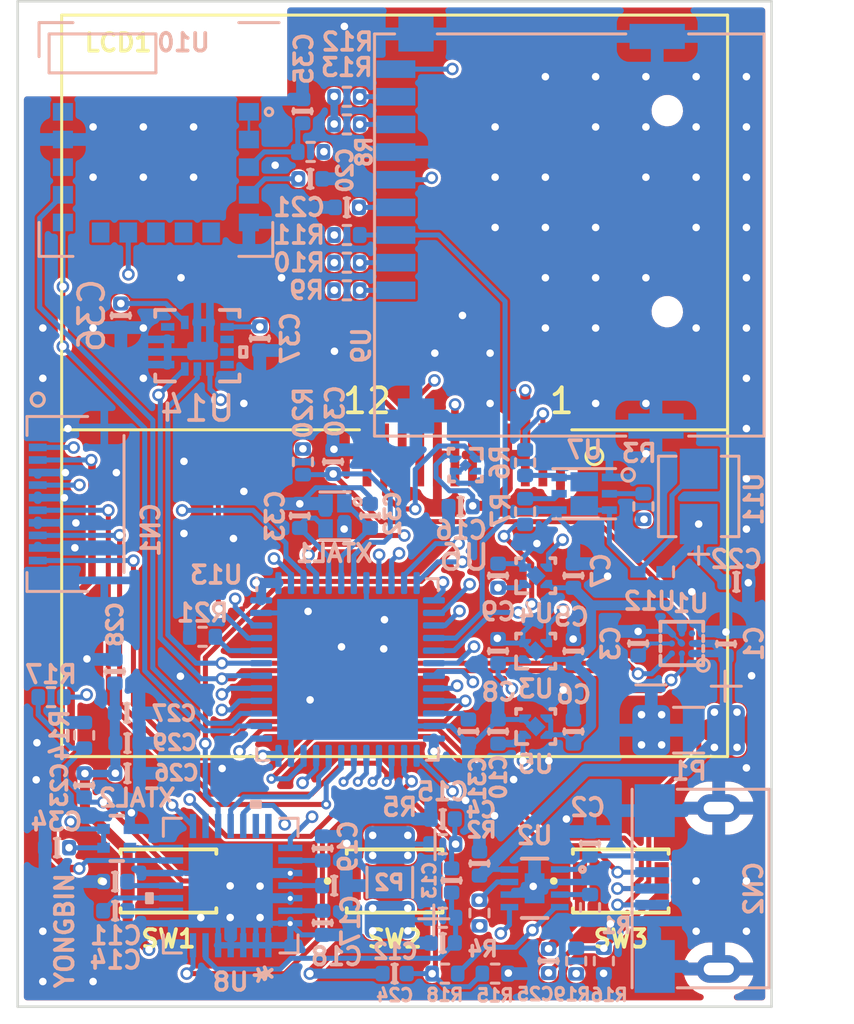
<source format=kicad_pcb>
(kicad_pcb (version 20211014) (generator pcbnew)
  (layers (0 "F.Cu" signal) (1 "In1.Cu" signal) (2 "In2.Cu" signal) (31 "B.Cu" signal) (34 "B.Paste" user) (35 "F.Paste" user) (36 "B.SilkS" user "B.Silkscreen") (37 "F.SilkS" user "F.Silkscreen") (38 "B.Mask" user) (39 "F.Mask" user) (44 "Edge.Cuts" user))
  (net 0 "")
  (net 1 "U_GND")
  (net 2 "/MCU_Power/BAT_charge")
  (net 3 "/MCU_Power/VUSB")
  (net 4 "Net-(C3-Pad2)")
  (net 5 "VBAT")
  (net 6 "+1V8")
  (net 7 "VPP_3_3V")
  (net 8 "VDD_3_3V")
  (net 9 "Net-(C11-Pad1)")
  (net 10 "Net-(C11-Pad2)")
  (net 11 "Net-(C12-Pad1)")
  (net 12 "Net-(C13-Pad1)")
  (net 13 "Net-(C14-Pad1)")
  (net 14 "Net-(C17-Pad1)")
  (net 15 "Net-(C18-Pad1)")
  (net 16 "Net-(C19-Pad1)")
  (net 17 "Net-(C23-Pad2)")
  (net 18 "Net-(C24-Pad2)")
  (net 19 "Net-(C25-Pad2)")
  (net 20 "/MCU/STM_NRST")
  (net 21 "Net-(C31-Pad2)")
  (net 22 "/MCU/OSC_OUT")
  (net 23 "/MCU/OSC_IN")
  (net 24 "/MCU/ECG_SCLK")
  (net 25 "/MCU/ECG_MOSI")
  (net 26 "/PPG_CS")
  (net 27 "/PPG_MOSI")
  (net 28 "/PPG_MISO")
  (net 29 "/PPG_SCLK")
  (net 30 "/MCU/STM_SWCLK")
  (net 31 "/MCU/STM_SWDIO")
  (net 32 "/MCU_peripheral/LDC_K")
  (net 33 "/MCU/LCD_DC")
  (net 34 "/MCU/LCD_SCK")
  (net 35 "/MCU/LCD_MOSI")
  (net 36 "/MCU_peripheral/LCD_RST")
  (net 37 "/MCU_peripheral/ECG_IN_P")
  (net 38 "/MCU_peripheral/ECG_IN_N")
  (net 39 "Net-(R1-Pad2)")
  (net 40 "/MCU/BAT_CG_POK")
  (net 41 "Net-(R3-Pad1)")
  (net 42 "/MCU/LCD_PWM")
  (net 43 "Net-(R6-Pad2)")
  (net 44 "/MCU/SP_PWM")
  (net 45 "Net-(R7-Pad2)")
  (net 46 "Net-(C35-Pad2)")
  (net 47 "/MCU/SD_D2")
  (net 48 "/MCU/SD_D3")
  (net 49 "/MCU/SD_CMD")
  (net 50 "/MCU/SD_D0")
  (net 51 "/MCU/SD_D1")
  (net 52 "/MCU/SW1")
  (net 53 "/MCU/SW2")
  (net 54 "/MCU/SW3")
  (net 55 "Net-(R21-Pad1)")
  (net 57 "/MCU/BAT_CG_WAKE_OUT")
  (net 58 "/MCU/VPP_EN")
  (net 60 "/MCU_peripheral/SP_M")
  (net 61 "/MCU_peripheral/ECG_FCLK")
  (net 62 "/MCU/ECG_CS")
  (net 63 "/MCU/ECG_MISO")
  (net 64 "/MCU/SD_SCLK")
  (net 65 "/MCU/SD_SW")
  (net 69 "/MCU/BLE_MOD")
  (net 71 "/MCU/BLE_TX")
  (net 72 "/MCU/BLE_RX")
  (net 75 "Net-(U10-Pad1)")
  (net 76 "/MCU/BAT_IMU_SCL")
  (net 77 "/MCU/BAT_IMU_SDA")
  (footprint "User_library:EVP-AWED2A" (layer "F.Cu") (at 151 110)
    (fp_text reference "SW1")
    (fp_text value "EVP-AWED2A")
  )
  (footprint "User_library:1.3inch_TFT_LCD_ST7789" (layer "F.Cu") (at 160 90.3)
    (fp_text reference "LCD1")
    (fp_text value "1.3inch_TFT_LCD_ST7789")
  )
  (footprint "User_library:EVP-AWED2A" (layer "F.Cu") (at 169 110)
    (fp_text reference "SW3")
    (fp_text value "EVP-AWED2A")
  )
  (footprint "User_library:EVP-AWED2A" (layer "F.Cu") (at 160 110)
    (fp_text reference "SW2")
    (fp_text value "EVP-AWED2A")
  )
  (footprint "User_library:UL_C_0402_1005Metric" (layer "B.Cu") (at 149.366 104.514 180)
    (fp_text reference "C29")
    (fp_text value "100n")
  )
  (footprint "User_library:TLV803EA29DPWR" (layer "B.Cu") (at 162.82 93.455 180)
    (fp_text reference "U6")
    (fp_text value "TLV803EA29DPWR")
  )
  (footprint "User_library:ASAKMPD1-32.768KHZ-T3" (layer "B.Cu") (at 148.942 108.304 180)
    (fp_text reference "XTAL2")
    (fp_text value "ASAKMPD1-32.768KHZ-T3" hide)
  )
  (footprint "Resistor_SMD:R_0402_1005Metric" (layer "B.Cu") (at 146.326 102.684)
    (fp_text reference "R17")
    (fp_text value "330")
  )
  (footprint "User_library:UL_C_0402_1005Metric" (layer "B.Cu") (at 166.126 113.184 -90)
    (fp_text reference "C25")
    (fp_text value "100n")
  )
  (footprint "User_library:MAX17262REWL&plus_T" (layer "B.Cu") (at 171.43 100.55 90)
    (fp_text reference "U1")
    (fp_text value "MAX17262REWL+T" hide)
  )
  (footprint "User_library:UL_C_0402_1005Metric" (layer "B.Cu") (at 157.596 110.184)
    (fp_text reference "C17")
    (fp_text value "10u")
  )
  (footprint "Resistor_SMD:R_0402_1005Metric" (layer "B.Cu") (at 162 113.684)
    (fp_text reference "R18")
    (fp_text value "330")
  )
  (footprint "User_library:UL_C_0402_1005Metric" (layer "B.Cu") (at 149.106 87.504 -90)
    (fp_text reference "C36")
    (fp_text value "0.1u")
  )
  (footprint "Resistor_SMD:R_0402_1005Metric" (layer "B.Cu") (at 158.1 86.5 180)
    (fp_text reference "R9")
    (fp_text value "47k")
  )
  (footprint "User_library:UL_C_0402_1005Metric" (layer "B.Cu") (at 160 113.684)
    (fp_text reference "C24")
    (fp_text value "100n")
  )
  (footprint "User_library:MCU-U52105" (layer "B.Cu") (at 172.9 110.3 90)
    (fp_text reference "CN2")
    (fp_text value "MCU-U52105" hide)
  )
  (footprint "User_library:UL_C_0402_1005Metric" (layer "B.Cu") (at 148.88 110.024 180)
    (fp_text reference "C14")
    (fp_text value "1n")
  )
  (footprint "User_library:UL_C_0402_1005Metric" (layer "B.Cu") (at 173.1875 100.57 -90)
    (fp_text reference "C1")
    (fp_text value "0.1u")
  )
  (footprint "User_library:X2SON-4PIN" (layer "B.Cu") (at 165.616 100.854)
    (fp_text reference "U3")
    (fp_text value "TPS7A2018PDQNR")
  )
  (footprint "User_library:UL_C_0402_1005Metric" (layer "B.Cu") (at 167.776 108.514 90)
    (fp_text reference "C2")
    (fp_text value "1u")
  )
  (footprint "Resistor_SMD:R_0402_1005Metric" (layer "B.Cu") (at 169.9 95.1 -90)
    (fp_text reference "R3")
    (fp_text value "100k")
  )
  (footprint "User_library:UL_C_0402_1005Metric" (layer "B.Cu") (at 173.6 98.1 180)
    (fp_text reference "C22")
    (fp_text value "10u")
  )
  (footprint "Resistor_SMD:R_0402_1005Metric" (layer "B.Cu") (at 156.351 93.324 -90)
    (fp_text reference "R20")
    (fp_text value "100k")
  )
  (footprint "User_library:Battey_PAD" (layer "B.Cu") (at 171.7 104 180)
    (fp_text reference "P1")
    (fp_text value "Battey_PAD")
  )
  (footprint "User_library:X2SON-4PIN" (layer "B.Cu") (at 165.616 103.854)
    (fp_text reference "U5")
    (fp_text value "TPS7A2033PDQNR")
  )
  (footprint "User_library:UL_C_0402_1005Metric" (layer "B.Cu") (at 161.916 112.464 180)
    (fp_text reference "C12")
    (fp_text value "2.2n")
  )
  (footprint "User_library:MSDC-M61408(Micro_SD)" (layer "B.Cu") (at 167 84.3 -90)
    (fp_text reference "U9")
    (fp_text value "MSDC-M61408")
  )
  (footprint "User_library:UL_C_0402_1005Metric" (layer "B.Cu") (at 167.116 97.854 -90)
    (fp_text reference "C7")
    (fp_text value "1u")
  )
  (footprint "User_library:LSM6DSMTR" (layer "B.Cu") (at 152.1498 88.704)
    (fp_text reference "U14")
    (fp_text value "LSM6DSMTR" hide)
  )
  (footprint "User_library:NSV60101DMTWTBG" (layer "B.Cu") (at 167.546 94.594 180)
    (fp_text reference "U7")
    (fp_text value "NSV60101DMTWTBG" hide)
  )
  (footprint "User_library:UL_C_0402_1005Metric" (layer "B.Cu") (at 162.626 95.104)
    (fp_text reference "C16")
    (fp_text value "4.7u")
  )
  (footprint "Resistor_SMD:R_0402_1005Metric" (layer "B.Cu") (at 147.646 104.204 -90)
    (fp_text reference "R14")
    (fp_text value "100k")
  )
  (footprint "User_library:UL_C_0402_1005Metric" (layer "B.Cu") (at 167.116 100.854 -90)
    (fp_text reference "C5")
    (fp_text value "1u")
  )
  (footprint "Resistor_SMD:R_0402_1005Metric" (layer "B.Cu") (at 158.1 78.8 180)
    (fp_text reference "R13")
    (fp_text value "47k")
  )
  (footprint "User_library:UL_C_0402_1005Metric" (layer "B.Cu") (at 157.551 93.324 -90)
    (fp_text reference "C30")
    (fp_text value "100n")
  )
  (footprint "User_library:CDBQR43-HF" (layer "B.Cu") (at 170.2 97.7 180)
    (fp_text reference "U12")
    (fp_text value "CDBQR43-HF")
  )
  (footprint "User_library:UL_C_0402_1005Metric" (layer "B.Cu") (at 164.116 104.054 -90)
    (fp_text reference "C10")
    (fp_text value "1u")
  )
  (footprint "User_library:X2SON-4PIN" (layer "B.Cu") (at 165.616 97.854)
    (fp_text reference "U4")
    (fp_text value "TPS7A2033PDQNR")
  )
  (footprint "Resistor_SMD:R_0402_1005Metric" (layer "B.Cu") (at 161.916 111.464 180)
    (fp_text reference "R4")
    (fp_text value "680k")
  )
  (footprint "User_library:UL_C_0402_1005Metric" (layer "B.Cu") (at 164.116 100.854 -90)
    (fp_text reference "C8")
    (fp_text value "1u")
  )
  (footprint "User_library:UL_C_0402_1005Metric" (layer "B.Cu") (at 148.88 111.184001 180)
    (fp_text reference "C11")
    (fp_text value "4.7u")
  )
  (footprint "User_library:UL_C_0402_1005Metric" (layer "B.Cu") (at 156.646 82.064 180)
    (fp_text reference "C20")
    (fp_text value "4.7u")
  )
  (footprint "User_library:MAX30003CTI&plus_" (layer "B.Cu") (at 153.476 110.184 90)
    (fp_text reference "U8")
    (fp_text value "MAX30003CTI+" hide)
  )
  (footprint "User_library:UL_C_0402_1005Metric" (layer "B.Cu") (at 159.026 95.474 -90)
    (fp_text reference "C32")
    (fp_text value "4p")
  )
  (footprint "User_library:ABM12W" (layer "B.Cu") (at 157.626 95.474 -90)
    (fp_text reference "XTAL1")
    (fp_text value "ABM12W-25.0000MHZ-7-B1U-T3")
  )
  (footprint "Resistor_SMD:R_0402_1005Metric" (layer "B.Cu") (at 165.192 93.354 -90)
    (fp_text reference "R6")
    (fp_text value "10")
  )
  (footprint "User_library:UL_C_0402_1005Metric" (layer "B.Cu") (at 157.136 108.704 90)
    (fp_text reference "C19")
    (fp_text value "10u")
  )
  (footprint "User_library:MAX8814ETA&plus_T" (layer "B.Cu") (at 165.57 110.29 180)
    (fp_text reference "U2")
    (fp_text value "MAX8814ETA+T")
  )
  (footprint "Resistor_SMD:R_0402_1005Metric" (layer "B.Cu") (at 152.356 100.284 180)
    (fp_text reference "R21")
    (fp_text value "10k")
  )
  (footprint "User_library:ECG_PAD" (layer "B.Cu") (at 156.9635 109.979 90)
    (fp_text reference "P2")
    (fp_text value "ECG_PAD")
  )
  (footprint "User_library:UL_C_0402_1005Metric" (layer "B.Cu") (at 169.6925 100.55 -90)
    (fp_text reference "C3")
    (fp_text value "0.47u")
  )
  (footprint "Resistor_SMD:R_0402_1005Metric" (layer "B.Cu") (at 161.916 108.534 180)
    (fp_text reference "R5")
    (fp_text value "680k")
  )
  (footprint "User_library:UL_C_0402_1005Metric" (layer "B.Cu") (at 167.116 104.054 -90)
    (fp_text reference "C6")
    (fp_text value "1u")
  )
  (footprint "User_library:UL_C_0402_1005Metric" (layer "B.Cu") (at 154.636 88.414 -90)
    (fp_text reference "C37")
    (fp_text value "0.1u")
  )
  (footprint "User_library:503480-1000" (layer "B.Cu") (at 147.3 95 -90)
    (fp_text reference "CN1")
    (fp_text value "503480-1000")
  )
  (footprint "Resistor_SMD:R_0402_1005Metric" (layer "B.Cu") (at 168.326 113.184 90)
    (fp_text reference "R16")
    (fp_text value "100k")
  )
  (footprint "Package_DFN_QFN:QFN-48-1EP_7x7mm_P0.5mm_EP5.6x5.6mm" (layer "B.Cu") (at 158.126 101.584 -90)
    (fp_text reference "U13")
    (fp_text value "STM32F413CGUx")
  )
  (footprint "User_library:UL_C_0402_1005Metric" (layer "B.Cu") (at 157.136 111.664 -90)
    (fp_text reference "C18")
    (fp_text value "1u")
  )
  (footprint "User_library:UL_C_0402_1005Metric" (layer "B.Cu") (at 147.646 106.194 -90)
    (fp_text reference "C23")
    (fp_text value "100n")
  )
  (footprint "User_library:E104-BT5005A_QFN-15_9x9_Pitch1.1mm" (layer "B.Cu") (at 150.5 80.5 180)
    (fp_text reference "U10")
    (fp_text value "E104-BT5005A")
  )
  (footprint "Resistor_SMD:R_0402_1005Metric" (layer "B.Cu") (at 163.376 111.274 90)
    (fp_text reference "R2")
    (fp_text value "1M")
  )
  (footprint "User_library:UL_C_0402_1005Metric" (layer "B.Cu") (at 149.366 105.714 180)
    (fp_text reference "C26")
    (fp_text value "100n")
  )
  (footprint "Resistor_SMD:R_0402_1005Metric" (layer "B.Cu") (at 158.1 84.3 180)
    (fp_text reference "R11")
    (fp_text value "47k")
  )
  (footprint "Resistor_SMD:R_0402_1005Metric" (layer "B.Cu") (at 158.1 79.9 180)
    (fp_text reference "R12")
    (fp_text value "47k")
  )
  (footprint "User_library:UL_C_0402_1005Metric" (layer "B.Cu") (at 149.346 103.314 180)
    (fp_text reference "C27")
    (fp_text value "1u")
  )
  (footprint "Resistor_SMD:R_0402_1005Metric" (layer "B.Cu") (at 164 113.684 180)
    (fp_text reference "R15")
    (fp_text value "100k")
  )
  (footprint "User_library:UL_C_0402_1005Metric" (layer "B.Cu") (at 156.226 95.474 -90)
    (fp_text reference "C33")
    (fp_text value "4p")
  )
  (footprint "User_library:UL_C_0402_1005Metric" (layer "B.Cu") (at 163.376 109.304 90)
    (fp_text reference "C4")
    (fp_text value "2.2u")
  )
  (footprint "User_library:SMT-0340-T-R" (layer "B.Cu") (at 172.1 94.7 180)
    (fp_text reference "U11")
    (fp_text value "SMT-0340-T-R")
  )
  (footprint "Resistor_SMD:R_0402_1005Metric" (layer "B.Cu") (at 158.1 85.4 180)
    (fp_text reference "R10")
    (fp_text value "47k")
  )
  (footprint "Resistor_SMD:R_0402_1005Metric" (layer "B.Cu") (at 167.776 111.050001 90)
    (fp_text reference "R1")
    (fp_text value "8k")
  )
  (footprint "Resistor_SMD:R_0402_1005Metric" (layer "B.Cu") (at 156.656 80.994 180)
    (fp_text reference "R8")
    (fp_text value "100k")
  )
  (footprint "User_library:UL_C_0402_1005Metric" (layer "B.Cu") (at 164.116 97.854 -90)
    (fp_text reference "C9")
    (fp_text value "1u")
  )
  (footprint "Resistor_SMD:R_0402_1005Metric" (layer "B.Cu") (at 165.192 95.3 90)
    (fp_text reference "R7")
    (fp_text value "180")
  )
  (footprint "User_library:UL_C_0402_1005Metric" (layer "B.Cu") (at 162.936 104.054 90)
    (fp_text reference "C31")
    (fp_text value "2.2u")
  )
  (footprint "User_library:UL_C_0402_1005Metric" (layer "B.Cu") (at 158.1 83.2)
    (fp_text reference "C21")
    (fp_text value "4.7u")
  )
  (footprint "User_library:UL_C_0402_1005Metric" (layer "B.Cu") (at 162.266 109.979 -90)
    (fp_text reference "C13")
    (fp_text value "1n")
  )
  (footprint "User_library:UL_C_0402_1005Metric" (layer "B.Cu") (at 156.336 79.374 -90)
    (fp_text reference "C35")
    (fp_text value "100n")
  )
  (footprint "User_library:UL_C_0402_1005Metric" (layer "B.Cu") (at 146.566 108.674 180)
    (fp_text reference "C34")
    (fp_text value "0.01u")
  )
  (footprint "User_library:UL_C_0402_1005Metric" (layer "B.Cu") (at 148.866 101.664 -90)
    (fp_text reference "C28")
    (fp_text value "2.2u")
  )
  (footprint "User_library:UL_C_0402_1005Metric" (layer "B.Cu") (at 161.916 107.534 180)
    (fp_text reference "C15")
    (fp_text value "2.2n")
  )
  (footprint "Resistor_SMD:R_0402_1005Metric" (layer "B.Cu") (at 167.226 113.184 -90)
    (fp_text reference "R19")
    (fp_text value "330")
  )
  (gr_line (start 145 75) (end 175 75) (layer "Edge.Cuts") (width 0.1))
  (gr_line (start 145 115) (end 145 75) (layer "Edge.Cuts") (width 0.1))
  (gr_line (start 175 115) (end 145 115) (layer "Edge.Cuts") (width 0.1))
  (gr_line (start 175 75) (end 175 115) (layer "Edge.Cuts") (width 0.1))
  (gr_text "YONGBIN" (at 146.866 111.974 90) (layer "B.SilkS") (effects (font (size 0.7 0.7))))
  (segment (start 167.106 100.374) (end 169.3885 100.374) (width 0.2) (layer "F.Cu") (net 1))
  (segment (start 166.6 93.05) (end 166.6 92.4) (width 0.3) (layer "F.Cu") (net 1))
  (segment (start 168.476 99.004) (end 168.476 97.874) (width 0.2) (layer "F.Cu") (net 1))
  (segment (start 166.962 97.874) (end 168.476 97.874) (width 0.2) (layer "F.Cu") (net 1))
  (segment (start 167.106 100.374) (end 168.476 99.004) (width 0.2) (layer "F.Cu") (net 1))
  (segment (start 165.6622 96.5742) (end 166.962 97.874) (width 0.2) (layer "F.Cu") (net 1))
  (segment (start 166.6 92.4) (end 168 91) (width 0.3) (layer "F.Cu") (net 1))
  (segment (start 163.1 93.05) (end 163.8 93.05) (width 0.16) (layer "F.Cu") (net 1))
  (segment (start 169.3885 100.374) (end 169.6925 100.07) (width 0.2) (layer "F.Cu") (net 1))
  (via (at 172 88) (size 0.5) (drill 0.3) (layers "F.Cu" "B.Cu") (net 1))
  (via (at 148.406 110.024) (size 0.5) (drill 0.3) (layers "F.Cu" "B.Cu") (net 1))
  (via (at 164 80) (size 0.5) (drill 0.3) (layers "F.Cu" "B.Cu") (net 1))
  (via (at 157.886 100.684) (size 0.5) (drill 0.3) (layers "F.Cu" "B.Cu") (net 1))
  (via (at 163.976 107.404) (size 0.5) (drill 0.3) (layers "F.Cu" "B.Cu") (net 1))
  (via (at 148.926 93.754) (size 0.5) (drill 0.3) (layers "F.Cu" "B.Cu") (net 1))
  (via (at 166.836 107.534) (size 0.5) (drill 0.3) (layers "F.Cu" "B.Cu") (net 1))
  (via (at 172 78) (size 0.5) (drill 0.3) (layers "F.Cu" "B.Cu") (net 1))
  (via (at 168.316 113.674) (size 0.5) (drill 0.3) (layers "F.Cu" "B.Cu") (net 1))
  (via (at 147.316 95.754) (size 0.5) (drill 0.3) (layers "F.Cu" "B.Cu") (net 1))
  (via (at 168.586 111.704) (size 0.5) (drill 0.3) (layers "F.Cu" "B.Cu") (net 1))
  (via (at 171.826 98.494) (size 0.5) (drill 0.3) (layers "F.Cu" "B.Cu") (net 1))
  (via (at 158 76) (size 0.5) (drill 0.3) (layers "F.Cu" "B.Cu") (net 1))
  (via (at 174 90) (size 0.5) (drill 0.3) (layers "F.Cu" "B.Cu") (net 1))
  (via (at 170 78) (size 0.5) (drill 0.3) (layers "F.Cu" "B.Cu") (net 1))
  (via (at 159.566 100.764) (size 0.5) (drill 0.3) (layers "F.Cu" "B.Cu") (net 1))
  (via (at 166 82) (size 0.5) (drill 0.3) (layers "F.Cu" "B.Cu") (net 1))
  (via (at 162.826 106.794) (size 0.5) (drill 0.3) (layers "F.Cu" "B.Cu") (net 1))
  (via (at 154 94.5) (size 0.5) (drill 0.3) (layers "F.Cu" "B.Cu") (net 1))
  (via (at 166.136 105.214) (size 0.5) (drill 0.3) (layers "F.Cu" "B.Cu") (net 1))
  (via (at 168 86) (size 0.5) (drill 0.3) (layers "F.Cu" "B.Cu") (net 1))
  (via (at 157.606 88.924) (size 0.5) (drill 0.3) (layers "F.Cu" "B.Cu") (net 1))
  (via (at 152 80) (size 0.5) (drill 0.3) (layers "F.Cu" "B.Cu") (net 1))
  (via (at 155.846 109.694) (size 0.3) (drill 0.2) (layers "F.Cu" "B.Cu") (net 1))
  (via (at 153.456 111.454) (size 0.5) (drill 0.3) (layers "F.Cu" "B.Cu") (net 1))
  (via (at 154.646 111.454) (size 0.5) (drill 0.3) (layers "F.Cu" "B.Cu") (net 1))
  (via (at 151.6165 93.304) (size 0.5) (drill 0.3) (layers "F.Cu" "B.Cu") (net 1))
  (via (at 170 82) (size 0.5) (drill 0.3) (layers "F.Cu" "B.Cu") (net 1))
  (via (at 164.088155 100.346155) (size 0.5) (drill 0.3) (layers "F.Cu" "B.Cu") (net 1))
  (via (at 173.186 100.094) (size 0.5) (drill 0.3) (layers "F.Cu" "B.Cu") (net 1))
  (via (at 172 82) (size 0.5) (drill 0.3) (layers "F.Cu" "B.Cu") (net 1))
  (via (at 148 88) (size 0.5) (drill 0.3) (layers "F.Cu" "B.Cu") (net 1))
  (via (at 155.846 111.694) (size 0.3) (drill 0.2) (layers "F.Cu" "B.Cu") (net 1))
  (via (at 157.586 92.824) (size 0.5) (drill 0.3) (layers "F.Cu" "B.Cu") (net 1))
  (via (at 166 78) (size 0.5) (drill 0.3) (layers "F.Cu" "B.Cu") (net 1))
  (via (at 174 105.5) (size 0.5) (drill 0.3) (layers "F.Cu" "B.Cu") (net 1))
  (via (at 148 114) (size 0.5) (drill 0.3) (layers "F.Cu" "B.Cu") (net 1))
  (via (at 146 90) (size 0.5) (drill 0.3) (layers "F.Cu" "B.Cu") (net 1))
  (via (at 156.226 94.994) (size 0.5) (drill 0.3) (layers "F.Cu" "B.Cu") (net 1))
  (via (at 166 84) (size 0.5) (drill 0.3) (layers "F.Cu" "B.Cu") (net 1))
  (via (at 174 84) (size 0.5) (drill 0.3) (layers "F.Cu" "B.Cu") (net 1))
  (via (at 167.106 100.374) (size 0.5) (drill 0.3) (layers "F.Cu" "B.Cu") (net 1))
  (via (at 157.992 95.998) (size 0.5) (drill 0.3) (layers "F.Cu" "B.Cu") (net 1))
  (via (at 168 84) (size 0.5) (drill 0.3) (layers "F.Cu" "B.Cu") (net 1))
  (via (at 170 91) (size 0.5) (drill 0.3) (layers "F.Cu" "B.Cu") (net 1))
  (via (at 169.826 103.384) (size 0.5) (drill 0.3) (layers "F.Cu" "B.Cu") (net 1))
  (via (at 152.286 111.454) (size 0.5) (drill 0.3) (layers "F.Cu" "B.Cu") (net 1))
  (via (at 174 94) (size 0.5) (drill 0.3) (layers "F.Cu" "B.Cu") (net 1))
  (via (at 172 112) (size 0.5) (drill 0.3) (layers "F.Cu" "B.Cu") (net 1))
  (via (at 148 82) (size 0.5) (drill 0.3) (layers "F.Cu" "B.Cu") (net 1))
  (via (at 174 78) (size 0.5) (drill 0.3) (layers "F.Cu" "B.Cu") (net 1))
  (via (at 166 86) (size 0.5) (drill 0.3) (layers "F.Cu" "B.Cu") (net 1))
  (via (at 162.7 87.5) (size 0.5) (drill 0.3) (layers "F.Cu" "B.Cu") (net 1))
  (via (at 172 110) (size 0.5) (drill 0.3) (layers "F.Cu" "B.Cu") (net 1))
  (via (at 163.8 91) (size 0.5) (drill 0.3) (layers "F.Cu" "B.Cu") (net 1))
  (via (at 174 112) (size 0.5) (drill 0.3) (layers "F.Cu" "B.Cu") (net 1))
  (via (at 174.206 101.834) (size 0.5) (drill 0.3) (layers "F.Cu" "B.Cu") (net 1))
  (via (at 147.756 101.164) (size 0.5) (drill 0.3) (layers "F.Cu" "B.Cu") (net 1))
  (via (at 148 80) (size 0.5) (drill 0.3) (layers "F.Cu" "B.Cu") (net 1))
  (via (at 156.636 102.794) (size 0.5) (drill 0.3) (layers "F.Cu" "B.Cu") (net 1))
  (via (at 172 84) (size 0.5) (drill 0.3) (layers "F.Cu" "B.Cu") (net 1))
  (via (at 145.736 105.974) (size 0.5) (drill 0.3) (layers "F.Cu" "B.Cu") (net 1))
  (via (at 158.096 108.504) (size 0.5) (drill 0.3) (layers "F.Cu" "B.Cu") (net 1))
  (via (at 166.706 102.4035) (size 0.5) (drill 0.3) (layers "F.Cu" "B.Cu") (net 1))
  (via (at 174 88) (size 0.5) (drill 0.3) (layers "F.Cu" "B.Cu") (net 1))
  (via (at 146 114) (size 0.5) (drill 0.3) (layers "F.Cu" "B.Cu") (net 1))
  (via (at 168 88) (size 0.5) (drill 0.3) (layers "F.Cu" "B.Cu") (net 1))
  (via (at 145.766 104.5) (size 0.5) (drill 0.3) (layers "F.Cu" "B.Cu") (net 1))
  (via (at 153.456 110.194) (size 0.5) (drill 0.3) (layers "F.Cu" "B.Cu") (net 1))
  (via (at 164 82) (size 0.5) (drill 0.3) (layers "F.Cu" "B.Cu") (net 1))
  (via (at 169.826 104.584) (size 0.5) (drill 0.3) (layers "F.Cu" "B.Cu") (net 1))
  (via (at 154.646 110.204) (size 0.5) (drill 0.3) (layers "F.Cu" "B.Cu") (net 1))
  (via (at 149.526 107.284) (size 0.5) (drill 0.3) (layers "F.Cu" "B.Cu") (net 1))
  (via (at 174 82) (size 0.5) (drill 0.3) (layers "F.Cu" "B.Cu") (net 1))
  (via (at 174 80) (size 0.5) (drill 0.3) (layers "F.Cu" "B.Cu") (net 1))
  (via (at 168 91) (size 0.5) (drill 0.3) (layers "F.Cu" "B.Cu") (net 1))
  (via (at 151.476 101.854) (size 0.5) (drill 0.3) (layers "F.Cu" "B.Cu") (net 1))
  (via (at 170 93) (size 0.5) (drill 0.3) (layers "F.Cu" "B.Cu") (net 1))
  (via (at 163.8 89) (size 0.5) (drill 0.3) (layers "F.Cu" "B.Cu") (net 1))
  (via (at 147 92) (size 0.5) (drill 0.3) (layers "F.Cu" "B.Cu") (net 1))
  (via (at 146.856 94.754) (size 0.5) (drill 0.3) (layers "F.Cu" "B.Cu") (net 1))
  (via (at 146.896 93.754) (size 0.5) (drill 0.3) (layers "F.Cu" "B.Cu") (net 1))
  (via (at 168 80) (size 0.5) (drill 0.3) (layers "F.Cu" "B.Cu") (net 1))
  (via (at 153.136 105.524) (size 0.5) (drill 0.3) (layers "F.Cu" "B.Cu") (net 1))
  (via (at 169.6925 100.07) (size 0.5) (drill 0.3) (layers "F.Cu" "B.Cu") (net 1))
  (via (at 150 82) (size 0.5) (drill 0.3) (layers "F.Cu" "B.Cu") (net 1))
  (via (at 152 82) (size 0.5) (drill 0.3) (layers "F.Cu" "B.Cu") (net 1))
  (via (at 150 90) (size 0.5) (drill 0.3) (layers "F.Cu" "B.Cu") (net 1))
  (via (at 165.516 110.214) (size 0.5) (drill 0.3) (layers "F.Cu" "B.Cu") (net 1))
  (via (at 174 96) (size 0.5) (drill 0.3) (layers "F.Cu" "B.Cu") (net 1))
  (via (at 155.5 86) (size 0.5) (drill 0.3) (layers "F.Cu" "B.Cu") (net 1))
  (via (at 174.076 98.134) (size 0.5) (drill 0.3) (layers "F.Cu" "B.Cu") (net 1))
  (via (at 164 84) (size 0.5) (drill 0.3) (layers "F.Cu" "B.Cu") (net 1))
  (via (at 166 88) (size 0.5) (drill 0.3) (layers "F.Cu" "B.Cu") (net 1))
  (via (at 147.276 96.744) (size 0.5) (drill 0.3) (layers "F.Cu" "B.Cu") (net 1))
  (via (at 153.586 96.374) (size 0.5) (drill 0.3) (layers "F.Cu" "B.Cu") (net 1))
  (via (at 170.626 104.584) (size 0.5) (drill 0.3) (layers "F.Cu" "B.Cu") (net 1))
  (via (at 155.246 81.524) (size 0.5) (drill 0.3) (layers "F.Cu" "B.Cu") (net 1))
  (via (at 151.6165 96.174) (size 0.5) (drill 0.3) (layers "F.Cu" "B.Cu") (net 1))
  (via (at 172 80) (size 0.5) (drill 0.3) (layers "F.Cu" "B.Cu") (net 1))
  (via (at 150 88) (size 0.5) (drill 0.3) (layers "F.Cu" "B.Cu") (net 1))
  (via (at 164.736 105.964) (size 0.5) (drill 0.3) (layers "F.Cu" "B.Cu") (net 1))
  (via (at 168 78) (size 0.5) (drill 0.3) (layers "F.Cu" "B.Cu") (net 1))
  (via (at 159.596 99.604) (size 0.5) (drill 0.3) (layers "F.Cu" "B.Cu") (net 1))
  (via (at 151.5 86) (size 0.5) (drill 0.3) (layers "F.Cu" "B.Cu") (net 1))
  (via (at 156.556 99.2735) (size 0.5) (drill 0.3) (layers "F.Cu" "B.Cu") (net 1))
  (via (at 146 112) (size 0.5) (drill 0.3) (layers "F.Cu" "B.Cu") (net 1))
  (via (at 170.626 103.384) (size 0.5) (drill 0.3) (layers "F.Cu" "B.Cu") (net 1))
  (via (at 155.846 110.694) (size 0.3) (drill 0.2) (layers "F.Cu" "B.Cu") (net 1))
  (via (at 154 91) (size 0.5) (drill 0.3) (layers "F.Cu" "B.Cu") (net 1))
  (via (at 170 80) (size 0.5) (drill 0.3) (layers "F.Cu" "B.Cu") (net 1))
  (via (at 165.6622 96.5742) (size 0.5) (drill 0.3) (layers "F.Cu" "B.Cu") (net 1))
  (via (at 174 110) (size 0.5) (drill 0.3) (layers "F.Cu" "B.Cu") (net 1))
  (via (at 174 86) (size 0.5) (drill 0.3) (layers "F.Cu" "B.Cu") (net 1))
  (via (at 164.526 113.664) (size 0.5) (drill 0.3) (layers "F.Cu" "B.Cu") (net 1))
  (via (at 146 88) (size 0.5) (drill 0.3) (layers "F.Cu" "B.Cu") (net 1))
  (via (at 150 80) (size 0.5) (drill 0.3) (layers "F.Cu" "B.Cu") (net 1))
  (via (at 174 92) (size 0.5) (drill 0.3) (layers "F.Cu" "B.Cu") (net 1))
  (via (at 161.6 89) (size 0.5) (drill 0.3) (layers "F.Cu" "B.Cu") (net 1))
  (via (at 170 86) (size 0.5) (drill 0.3) (layers "F.Cu" "B.Cu") (net 1))
  (via (at 168.476 97.874) (size 0.5) (drill 0.3) (layers "F.Cu" "B.Cu") (net 1))
  (segment (start 152.286 111.454) (end 152.056 111.684) (width 0.3) (layer "B.Cu") (net 1))
  (segment (start 152.976001 112.5565) (end 152.976001 110.673999) (width 0.2) (layer "B.Cu") (net 1))
  (segment (start 156.296 112.144) (end 155.846 111.694) (width 0.2) (layer "B.Cu") (net 1))
  (segment (start 165.616 100.854) (end 165.426 100.854) (width 0.2) (layer "B.Cu") (net 1))
  (segment (start 166.5451 95.5731) (end 167.286 96.314) (width 0.2) (layer "B.Cu") (net 1))
  (segment (start 159.026 94.724) (end 158.656 94.354) (width 0.2) (layer "B.Cu") (net 1))
  (segment (start 160.376 103.834) (end 158.126 101.584) (width 0.2) (layer "B.Cu") (net 1))
  (segment (start 155.876 99.334) (end 158.126 101.584) (width 0.2) (layer "B.Cu") (net 1))
  (segment (start 150.9687 88.954) (end 150.9687 89.454001) (width 0.2) (layer "B.Cu") (net 1))
  (segment (start 154.976 112.5565) (end 154.976 111.684) (width 0.2) (layer "B.Cu") (net 1))
  (segment (start 153.986 110.694) (end 153.476 110.184) (width 0.2) (layer "B.Cu") (net 1))
  (segment (start 161.5635 103.834) (end 160.376 103.834) (width 0.2) (layer "B.Cu") (net 1))
  (segment (start 165.106 100.104) (end 165.746 99.464) (width 0.2) (layer "B.Cu") (net 1))
  (segment (start 162.54648 94.17448) (end 163.508039 94.17448) (width 0.2) (layer "B.Cu") (net 1))
  (segment (start 157.136 112.144) (end 156.296 112.144) (width 0.2) (layer "B.Cu") (net 1))
  (segment (start 163.8 93.882519) (end 163.8 91) (width 0.2) (layer "B.Cu") (net 1))
  (segment (start 164.116 97.374) (end 164.946 97.374) (width 0.2) (layer "B.Cu") (net 1))
  (segment (start 162.34 93.968) (end 162.54648 94.17448) (width 0.2) (layer "B.Cu") (net 1))
  (segment (start 165.82 110.04) (end 166.5709 110.04) (width 0.2) (layer "B.Cu") (net 1))
  (segment (start 153.476 110.184) (end 153.975999 110.683999) (width 0.2) (layer "B.Cu") (net 1))
  (segment (start 162.236 103.834) (end 161.5635 103.834) (width 0.2) (layer "B.Cu") (net 1))
  (segment (start 162.936 104.534) (end 162.236 103.834) (width 0.2) (layer "B.Cu") (net 1))
  (segment (start 170.95 100.07) (end 171.03 100.15) (width 0.2) (layer "B.Cu") (net 1))
  (segment (start 155.876 103.834) (end 158.126 101.584) (width 0.2) (layer "B.Cu") (net 1))
  (segment (start 153.456 111.454) (end 154.646 111.454) (width 0.2) (layer "B.Cu") (net 1))
  (segment (start 165.106 100.534) (end 165.106 100.104) (width 0.2) (layer "B.Cu") (net 1))
  (segment (start 155.8485 110.683999) (end 153.975999 110.683999) (width 0.4) (layer "B.Cu") (net 1))
  (segment (start 165.32 110.54) (end 164.5691 110.54) (width 0.2) (layer "B.Cu") (net 1))
  (segment (start 153.975999 109.684001) (end 153.476 110.184) (width 0.4) (layer "B.Cu") (net 1))
  (segment (start 165.57 110.29) (end 165.82 110.04) (width 0.2) (layer "B.Cu") (net 1))
  (segment (start 146.892 93.75) (end 145.7966 93.75) (width 0.2) (layer "B.Cu") (net 1))
  (segment (start 147.316 95.754) (end 147.312001 95.750001) (width 0.2) (layer "B.Cu") (net 1))
  (segment (start 162.936 104.534) (end 163.156 104.534) (width 0.2) (layer "B.Cu") (net 1))
  (segment (start 154.476001 112.5565) (end 154.476001 111.184001) (width 0.2) (layer "B.Cu") (net 1))
  (segment (start 155.8485 111.684) (end 154.976 111.684) (width 0.2) (layer "B.Cu") (net 1))
  (segment (start 152.286 111.454) (end 153.456 111.454) (width 0.3) (layer "B.Cu") (net 1))
  (segment (start 152.976001 112.5565) (end 153.476 112.5565) (width 0.2) (layer "B.Cu") (net 1))
  (segment (start 168.442001 111.560001) (end 167.776 111.560001) (width 0.2) (layer "B.Cu") (net 1))
  (segment (start 158.656 94.354) (end 156.866 94.354) (width 0.2) (layer "B.Cu") (net 1))
  (segment (start 153.476 110.184) (end 153.476 111.434) (width 0.2) (layer "B.Cu") (net 1))
  (segment (start 165.106 97.1304) (end 165.106 97.534) (width 0.2) (layer "B.Cu") (net 1))
  (segment (start 162.34 93.695) (end 162.34 93.968) (width 0.2) (layer "B.Cu") (net 1))
  (segment (start 147.270001 96.749999) (end 145.7966 96.749999) (width 0.2) (layer "B.Cu") (net 1))
  (segment (start 153.476 110.264) (end 153.476 110.184) (width 0.3) (layer "B.Cu") (net 1))
  (segment (start 152.286 111.454) (end 153.476 110.264) (width 0.3) (layer "B.Cu") (net 1))
  (segment (start 164.946 97.374) (end 165.106 97.534) (width 0.2) (layer "B.Cu") (net 1))
  (segment (start 153.975999 110.683999) (end 153.975999 112.5565) (width 0.2) (layer "B.Cu") (net 1))
  (segment (start 156.866 94.354) (end 156.226 94.994) (width 0.2) (layer "B.Cu") (net 1))
  (segment (start 167.286 96.314) (end 167.286 97.204) (width 0.2) (layer "B.Cu") (net 1))
  (segment (start 155.846 110.694) (end 153.986 110.694) (width 0.2) (layer "B.Cu") (net 1))
  (segment (start 162.58 93.695) (end 162.82 93.455) (width 0.2) (layer "B.Cu") (net 1))
  (segment (start 152.649799 87.7769) (end 152.1498 87.7769) (width 0.2) (layer "B.Cu") (net 1))
  (segment (start 154.6885 99.334) (end 155.876 99.334) (width 0.2) (layer "B.Cu") (net 1))
  (segment (start 152.976001 110.673999) (end 153.456 110.194) (width 0.2) (layer "B.Cu") (net 1))
  (segment (start 151.966 111.684) (end 153.456 110.194) (width 0.3) (layer "B.Cu") (net 1))
  (segment (start 146.896 93.754) (end 146.892 93.75) (width 0.2) (layer "B.Cu") (net 1))
  (segment (start 165.6622 96.126899) (end 166.5451 95.243999) (width 0.2) (layer "B.Cu") (net 1))
  (segment (start 162.34 93.695) (end 162.58 93.695) (width 0.2) (layer "B.Cu") (net 1))
  (segment (start 150.9687 88.454) (end 150.9687 88.954) (width 0.2) (layer "B.Cu") (net 1))
  (segment (start 154.976 112.5565) (end 154.476001 112.5565) (width 0.2) (layer "B.Cu") (net 1))
  (segment (start 165.106 97.534) (end 165.296 97.534) (width 0.2) (layer "B.Cu") (net 1))
  (segment (start 147.276 96.744) (end 147.270001 96.749999) (width 0.2) (layer "B.Cu") (net 1))
  (segment (start 154.646 111.454) (end 154.646 110.204) (width 0.2) (layer "B.Cu") (net 1))
  (segment (start 155.876 105.0215) (end 155.876 103.834) (width 0.2) (layer "B.Cu") (net 1))
  (segment (start 171.43 100.55) (end 171.03 100.15) (width 0.1) (layer "B.Cu") (net 1))
  (segment (start 165.6622 96.5742) (end 165.6622 96.126899) (width 0.2) (layer "B.Cu") (net 1))
  (segment (start 167.286 97.204) (end 167.116 97.374) (width 0.2) (layer "B.Cu") (net 1))
  (segment (start 153.476 112.5565) (end 153.975999 112.5565) (width 0.2) (layer "B.Cu") (net 1))
  (segment (start 159.026 94.994) (end 159.026 94.724) (width 0.2) (layer "B.Cu") (net 1))
  (segment (start 154.976 111.684) (end 153.476 110.184) (width 0.2) (layer "B.Cu") (net 1))
  (segment (start 158.876 100.834) (end 158.126 101.584) (width 0.2) (layer "B.Cu") (net 1))
  (segment (start 153.476 112.5565) (end 153.476 110.184) (width 0.2) (layer "B.Cu") (net 1))
  (segment (start 151.1035 109.684001) (end 152.976001 109.684001) (width 0.2) (layer "B.Cu") (net 1))
  (segment (start 146.852 94.75) (end 145.7966 94.75) (width 0.2) (layer "B.Cu") (net 1))
  (segment (start 165.616 103.854) (end 165.426 103.854) (width 0.2) (layer "B.Cu") (net 1))
  (segment (start 158.096 108.504) (end 157.816 108.224) (width 0.2) (layer "B.Cu") (net 1))
  (segment (start 158.876 98.1465) (end 158.876 100.834) (width 0.2) (layer "B.Cu") (net 1))
  (segment (start 154.646 110.204) (end 153.496 110.204) (width 0.2) (layer "B.Cu") (net 1))
  (segment (start 166.5451 95.243999) (end 166.5451 95.5731) (width 0.2) (layer "B.Cu") (net 1))
  (segment (start 154.476001 112.5565) (end 153.975999 112.5565) (width 0.2) (layer "B.Cu") (net 1))
  (segment (start 153.476 111.434) (end 153.456 111.454) (width 0.2) (layer "B.Cu") (net 1))
  (segment (start 153.496 110.204) (end 153.476 110.184) (width 0.2) (layer "B.Cu") (net 1))
  (segment (start 164.116 103.574) (end 165.066 103.574) (width 0.2) (layer "B.Cu") (net 1))
  (segment (start 163.508039 94.17448) (end 163.8 93.882519) (width 0.2) (layer "B.Cu") (net 1))
  (segment (start 157.816 108.224) (end 157.136 108.224) (width 0.2) (layer "B.Cu") (net 1))
  (segment (start 165.106 100.534) (end 164.276 100.534) (width 0.2) (layer "B.Cu") (net 1))
  (segment (start 165.639319 100.869263) (end 165.449319 100.869263) (width 0.2) (layer "B.Cu") (net 1))
  (segment (start 165.426 100.854) (end 165.106 100.534) (width 0.2) (layer "B.Cu") (net 1))
  (segment (start 165.6622 96.5742) (end 165.106 97.1304) (width 0.2) (layer "B.Cu") (net 1))
  (segment (start 168.586 111.704) (end 168.442001 111.560001) (width 0.2) (layer "B.Cu") (net 1))
  (segment (start 169.6925 100.07) (end 170.95 100.07) (width 0.2) (layer "B.Cu") (net 1))
  (segment (start 165.066 103.574) (end 165.106 103.534) (width 0.2) (layer "B.Cu") (net 1))
  (segment (start 147.312001 95.750001) (end 145.7966 95.750001) (width 0.2) (layer "B.Cu") (net 1))
  (segment (start 165.426 103.854) (end 165.106 103.534) (width 0.2) (layer "B.Cu") (net 1))
  (segment (start 165.57 110.29) (end 165.32 110.54) (width 0.2) (layer "B.Cu") (net 1))
  (segment (start 165.296 97.534) (end 165.616 97.854) (width 0.2) (layer "B.Cu") (net 1))
  (segment (start 151.1035 111.684) (end 152.056 111.684) (width 0.3) (layer "B.Cu") (net 1))
  (segment (start 164.276 100.534) (end 164.116 100.374) (width 0.2) (layer "B.Cu") (net 1))
  (segment (start 146.856 94.754) (end 146.852 94.75) (width 0.2) (layer "B.Cu") (net 1))
  (segment (start 154.476001 111.184001) (end 153.476 110.184) (width 0.2) (layer "B.Cu") (net 1))
  (segment (start 155.8485 109.684001) (end 153.975999 109.684001) (width 0.4) (layer "B.Cu") (net 1))
  (segment (start 152.976001 109.684001) (end 153.476 110.184) (width 0.2) (layer "B.Cu") (net 1))
  (segment (start 163.156 104.534) (end 164.116 103.574) (width 0.2) (layer "B.Cu") (net 1))
  (via (at 173.626 103.284) (size 0.5) (drill 0.3) (layers "F.Cu" "B.Cu") (net 2))
  (via (at 172.726 103.284) (size 0.5) (drill 0.3) (layers "F.Cu" "B.Cu") (net 2))
  (via (at 172.726 104.684) (size 0.5) (drill 0.3) (layers "F.Cu" "B.Cu") (net 2))
  (via (at 173.626 104.684) (size 0.5) (drill 0.3) (layers "F.Cu" "B.Cu") (net 2))
  (segment (start 172.6915 100.554) (end 173.1875 101.05) (width 0.3) (layer "B.Cu") (net 2))
  (segment (start 167.602285 105.617715) (end 167.58457 105.617715) (width 0.5) (layer "B.Cu") (net 2))
  (segment (start 173.0875 100.95) (end 173.1875 101.05) (width 0.3) (layer "B.Cu") (net 2))
  (segment (start 173.1875 101.05) (end 173.1875 104) (width 0.5) (layer "B.Cu") (net 2))
  (segment (start 164.5691 109.539999) (end 163.620001 109.539999) (width 0.2) (layer "B.Cu") (net 2))
  (segment (start 171.5975 105.59) (end 173.1875 104) (width 0.5) (layer "B.Cu") (net 2))
  (segment (start 167.58457 105.617715) (end 163.418285 109.784) (width 0.5) (layer "B.Cu") (net 2))
  (segment (start 167.602285 105.59) (end 167.602285 105.617715) (width 0.5) (layer "B.Cu") (net 2))
  (segment (start 167.602285 105.59) (end 171.5975 105.59) (width 0.5) (layer "B.Cu") (net 2))
  (segment (start 171.952 100.55) (end 171.956 100.554) (width 0.16) (layer "B.Cu") (net 2))
  (segment (start 163.418285 109.784) (end 163.376 109.784) (width 0.5) (layer "B.Cu") (net 2))
  (segment (start 163.436 109.784) (end 163.356 109.784) (width 0.5) (layer "B.Cu") (net 2))
  (segment (start 163.620001 109.539999) (end 163.376 109.784) (width 0.2) (layer "B.Cu") (net 2))
  (segment (start 171.83 100.95) (end 173.0875 100.95) (width 0.3) (layer "B.Cu") (net 2))
  (segment (start 171.956 100.554) (end 172.6915 100.554) (width 0.3) (layer "B.Cu") (net 2))
  (segment (start 171.83 100.55) (end 171.952 100.55) (width 0.16) (layer "B.Cu") (net 2))
  (segment (start 167.782 109) (end 170.25 109) (width 0.2) (layer "B.Cu") (net 3))
  (segment (start 167.230001 109.539999) (end 167.776 108.994) (width 0.2) (layer "B.Cu") (net 3))
  (segment (start 167.776 108.994) (end 167.782 109) (width 0.2) (layer "B.Cu") (net 3))
  (segment (start 166.5709 109.539999) (end 167.230001 109.539999) (width 0.2) (layer "B.Cu") (net 3))
  (segment (start 170.1725 100.55) (end 169.6925 101.03) (width 0.16) (layer "B.Cu") (net 4))
  (segment (start 171.03 100.55) (end 170.1725 100.55) (width 0.16) (layer "B.Cu") (net 4))
  (segment (start 167.116 98.334) (end 166.276 98.334) (width 0.2) (layer "B.Cu") (net 5))
  (segment (start 167.816 103.805575) (end 167.816 102.034) (width 0.4) (layer "B.Cu") (net 5))
  (segment (start 167.816 99.034) (end 170.834 99.034) (width 0.4) (layer "B.Cu") (net 5))
  (segment (start 171.43 99.63) (end 171.43 99.946821) (width 0.4) (layer "B.Cu") (net 5))
  (segment (start 166.2115 104.0985) (end 166.126 104.184) (width 0.2) (layer "B.Cu") (net 5))
  (segment (start 167.116 98.334) (end 167.786 99.004) (width 0.4) (layer "B.Cu") (net 5))
  (segment (start 167.816 102.034) (end 167.116 101.334) (width 0.4) (layer "B.Cu") (net 5))
  (segment (start 166.2115 103.6195) (end 166.2115 104.0985) (width 0.2) (layer "B.Cu") (net 5))
  (segment (start 166.766 104.184) (end 167.116 104.534) (width 0.2) (layer "B.Cu") (net 5))
  (segment (start 166.126 103.534) (end 166.2115 103.6195) (width 0.2) (layer "B.Cu") (net 5))
  (segment (start 170.834 99.034) (end 171.43 99.63) (width 0.4) (layer "B.Cu") (net 5))
  (segment (start 166.126 104.184) (end 166.766 104.184) (width 0.2) (layer "B.Cu") (net 5))
  (segment (start 167.116 101.334) (end 167.816 100.634) (width 0.4) (layer "B.Cu") (net 5))
  (segment (start 166.276 98.334) (end 166.126 98.184) (width 0.2) (layer "B.Cu") (net 5))
  (segment (start 167.116 104.505575) (end 167.816 103.805575) (width 0.4) (layer "B.Cu") (net 5))
  (segment (start 167.816 99.034) (end 167.116 98.334) (width 0.4) (layer "B.Cu") (net 5))
  (segment (start 167.816 100.634) (end 167.816 99.034) (width 0.4) (layer "B.Cu") (net 5))
  (segment (start 167.116 104.534) (end 167.116 104.505575) (width 0.4) (layer "B.Cu") (net 5))
  (segment (start 166.966 101.184) (end 167.116 101.334) (width 0.2) (layer "B.Cu") (net 5))
  (segment (start 166.126 101.184) (end 166.966 101.184) (width 0.2) (layer "B.Cu") (net 5))
  (segment (start 171.43 100.15) (end 171.43 99.946821) (width 0.16) (layer "B.Cu") (net 5))
  (segment (start 147.126 98.824) (end 147.126 104.544) (width 0.3) (layer "F.Cu") (net 6))
  (segment (start 146.406 108.944) (end 146.966 109.504) (width 0.3) (layer "F.Cu") (net 6))
  (segment (start 147.956 93.314) (end 147.956 97.994) (width 0.3) (layer "F.Cu") (net 6))
  (segment (start 146.406 105.264) (end 146.406 108.944) (width 0.3) (layer "F.Cu") (net 6))
  (segment (start 147.956 97.994) (end 147.126 98.824) (width 0.3) (layer "F.Cu") (net 6))
  (segment (start 146.966 109.504) (end 147.446 109.504) (width 0.3) (layer "F.Cu") (net 6))
  (segment (start 147.126 104.544) (end 146.406 105.264) (width 0.3) (layer "F.Cu") (net 6))
  (via (at 147.926 93.254) (size 0.5) (drill 0.3) (layers "F.Cu" "B.Cu") (net 6))
  (via (at 156.716 107.444) (size 0.5) (drill 0.3) (layers "F.Cu" "B.Cu") (net 6))
  (via (at 147.446 109.504) (size 0.5) (drill 0.3) (layers "F.Cu" "B.Cu") (net 6))
  (via (at 164.6692 102.3472) (size 0.5) (drill 0.3) (layers "F.Cu" "B.Cu") (net 6))
  (segment (start 155.8485 108.3115) (end 155.8485 108.684) (width 0.2) (layer "B.Cu") (net 6))
  (segment (start 147.926 93.254) (end 147.922001 93.250001) (width 0.2) (layer "B.Cu") (net 6))
  (segment (start 164.266 101.184) (end 164.116 101.334) (width 0.2) (layer "B.Cu") (net 6))
  (segment (start 156.716 107.444) (end 155.8485 108.3115) (width 0.2) (layer "B.Cu") (net 6))
  (segment (start 147.446 109.504) (end 147.766001 109.183999) (width 0.2) (layer "B.Cu") (net 6))
  (segment (start 147.766001 109.183999) (end 151.1035 109.183999) (width 0.2) (layer "B.Cu") (net 6))
  (segment (start 164.116 101.794) (end 164.116 101.334) (width 0.2) (layer "B.Cu") (net 6))
  (segment (start 147.922001 93.250001) (end 145.7966 93.250001) (width 0.2) (layer "B.Cu") (net 6))
  (segment (start 165.106 101.184) (end 164.266 101.184) (width 0.2) (layer "B.Cu") (net 6))
  (segment (start 164.6692 102.3472) (end 164.116 101.794) (width 0.2) (layer "B.Cu") (net 6))
  (segment (start 165.2 93.05) (end 165.2 90.48) (width 0.4) (layer "F.Cu") (net 7))
  (segment (start 164.5 93.05) (end 165.2 93.05) (width 0.4) (layer "F.Cu") (net 7))
  (segment (start 163.800022 95.074) (end 164.5 94.374022) (width 0.4) (layer "F.Cu") (net 7))
  (segment (start 164.5 94.374022) (end 164.5 93.05) (width 0.4) (layer "F.Cu") (net 7))
  (segment (start 163.106 95.074) (end 163.800022 95.074) (width 0.4) (layer "F.Cu") (net 7))
  (via (at 157.596 78.784) (size 0.5) (drill 0.3) (layers "F.Cu" "B.Cu") (net 7))
  (via (at 156.176 82.054) (size 0.5) (drill 0.3) (layers "F.Cu" "B.Cu") (net 7))
  (via (at 157.6 86.5) (size 0.5) (drill 0.3) (layers "F.Cu" "B.Cu") (net 7))
  (via (at 158.58 83.2) (size 0.5) (drill 0.3) (layers "F.Cu" "B.Cu") (net 7))
  (via (at 157.596 79.884) (size 0.5) (drill 0.3) (layers "F.Cu" "B.Cu") (net 7))
  (via (at 157.186 80.984) (size 0.5) (drill 0.3) (layers "F.Cu" "B.Cu") (net 7))
  (via (at 172.1 95.8) (size 0.5) (drill 0.3) (layers "F.Cu" "B.Cu") (net 7))
  (via (at 153.076 90.854) (size 0.5) (drill 0.3) (layers "F.Cu" "B.Cu") (net 7))
  (via (at 163.106 95.074) (size 0.5) (drill 0.3) (layers "F.Cu" "B.Cu") (net 7))
  (via (at 157.6 85.4) (size 0.5) (drill 0.3) (layers "F.Cu" "B.Cu") (net 7))
  (via (at 157.6 84.3) (size 0.5) (drill 0.3) (layers "F.Cu" "B.Cu") (net 7))
  (via (at 147.106 107.644) (size 0.5) (drill 0.3) (layers "F.Cu" "B.Cu") (net 7))
  (via (at 155.626 107.744) (size 0.5) (drill 0.3) (layers "F.Cu" "B.Cu") (net 7))
  (via (at 147.226 92.754) (size 0.5) (drill 0.3) (layers "F.Cu" "B.Cu") (net 7))
  (via (at 154.636 87.954) (size 0.5) (drill 0.3) (layers "F.Cu" "B.Cu") (net 7))
  (via (at 147.046 108.674) (size 0.5) (drill 0.3) (layers "F.Cu" "B.Cu") (net 7))
  (via (at 164.116 98.334) (size 0.5) (drill 0.3) (layers "F.Cu" "B.Cu") (net 7))
  (via (at 165.2 90.48) (size 0.5) (drill 0.3) (layers "F.Cu" "B.Cu") (net 7))
  (via (at 149.106 87.024) (size 0.5) (drill 0.3) (layers "F.Cu" "B.Cu") (net 7))
  (segment (start 162.016 93.074) (end 161.646 93.444) (width 0.2) (layer "B.Cu") (net 7))
  (segment (start 149.106 87.024) (end 150.896901 87.024) (width 0.2) (layer "B.Cu") (net 7))
  (segment (start 155.626 107.744) (end 155.626 107.454879) (width 0.2) (layer "B.Cu") (net 7))
  (segment (start 164.956 98.334) (end 165.106 98.184) (width 0.2) (layer "B.Cu") (net 7))
  (segment (start 164.116 98.334) (end 164.956 98.334) (width 0.2) (layer "B.Cu") (net 7))
  (segment (start 161.646 93.444) (end 161.646 93.934) (width 0.2) (layer "B.Cu") (net 7))
  (segment (start 148.417 108.679) (end 147.051 108.679) (width 0.2) (layer "B.Cu") (net 7))
  (segment (start 152.649799 90.427799) (end 153.076 90.854) (width 0.2) (layer "B.Cu") (net 7))
  (segment (start 157.596 79.894) (end 157.59 79.9) (width 0.3) (layer "B.Cu") (net 7))
  (segment (start 147.106 107.644) (end 147.391 107.929) (width 0.2) (layer "B.Cu") (net 7))
  (segment (start 163.106 94.674) (end 163.106 95.074) (width 0.2) (layer "B.Cu") (net 7))
  (segment (start 154.28688 106.994) (end 153.975999 107.304881) (width 0.2) (layer "B.Cu") (net 7))
  (segment (start 162.906 94.474) (end 163.106 94.674) (width 0.2) (layer "B.Cu") (net 7))
  (segment (start 147.221999 92.749999) (end 145.7966 92.749999) (width 0.2) (layer "B.Cu") (net 7))
  (segment (start 150.896901 87.024) (end 151.649801 87.7769) (width 0.2) (layer "B.Cu") (net 7))
  (segment (start 157.596 78.784) (end 157.596 79.894) (width 0.3) (layer "B.Cu") (net 7))
  (segment (start 162.186 94.474) (end 162.906 94.474) (width 0.2) (layer "B.Cu") (net 7))
  (segment (start 154.2 82.7) (end 154.836 82.064) (width 0.2) (layer "B.Cu") (net 7))
  (segment (start 152.649799 89.6311) (end 152.649799 90.427799) (width 0.2) (layer "B.Cu") (net 7))
  (segment (start 172.1 97.08) (end 173.12 98.1) (width 0.4) (layer "B.Cu") (net 7))
  (segment (start 172.1 95.8) (end 172.1 97.08) (width 0.4) (layer "B.Cu") (net 7))
  (segment (start 162.016 93.074) (end 162.199 93.074) (width 0.2) (layer "B.Cu") (net 7))
  (segment (start 155.165121 106.994) (end 154.28688 106.994) (width 0.2) (layer "B.Cu") (net 7))
  (segment (start 153.975999 107.304881) (end 153.975999 107.8115) (width 0.2) (layer "B.Cu") (net 7))
  (segment (start 147.391 107.929) (end 148.417 107.929) (width 0.2) (layer "B.Cu") (net 7))
  (segment (start 154.626 87.954) (end 153.3309 87.953999) (width 0.2) (layer "B.Cu") (net 7))
  (segment (start 158.58 83.2) (end 160.05 83.2) (width 0.2) (layer "B.Cu") (net 7))
  (segment (start 162.199 93.074) (end 162.34 93.215) (width 0.2) (layer "B.Cu") (net 7))
  (segment (start 148.417 108.679) (end 148.417 107.929) (width 0.2) (layer "B.Cu") (net 7))
  (segment (start 147.226 92.754) (end 147.221999 92.749999) (width 0.2) (layer "B.Cu") (net 7))
  (segment (start 161.646 93.934) (end 162.186 94.474) (width 0.2) (layer "B.Cu") (net 7))
  (segment (start 147.051 108.679) (end 147.046 108.674) (width 0.2) (layer "B.Cu") (net 7))
  (segment (start 155.626 107.454879) (end 155.165121 106.994) (width 0.2) (layer "B.Cu") (net 7))
  (segment (start 172.1 96.3183) (end 170.7183 97.7) (width 0.4) (layer "B.Cu") (net 7))
  (segment (start 154.836 82.064) (end 156.166 82.064) (width 0.2) (layer "B.Cu") (net 7))
  (segment (start 149.3744 108.8507) (end 149.3744 110) (width 0.4) (layer "F.Cu") (net 8))
  (segment (start 156.626 113.684) (end 158.3744 111.9356) (width 0.4) (layer "F.Cu") (net 8))
  (segment (start 149.3744 111.8824) (end 150.226 112.734) (width 0.4) (layer "F.Cu") (net 8))
  (segment (start 167.3744 111.4456) (end 167.3744 110) (width 0.4) (layer "F.Cu") (net 8))
  (segment (start 147.676 107.1523) (end 149.3744 108.8507) (width 0.4) (layer "F.Cu") (net 8))
  (segment (start 158.3744 111.9356) (end 158.3744 110) (width 0.4) (layer "F.Cu") (net 8))
  (segment (start 147.676 105.724) (end 147.676 107.1523) (width 0.4) (layer "F.Cu") (net 8))
  (segment (start 166.126 112.694) (end 167.3744 111.4456) (width 0.4) (layer "F.Cu") (net 8))
  (segment (start 149.3744 110) (end 149.3744 111.8824) (width 0.4) (layer "F.Cu") (net 8))
  (via (at 161.56401 104.841285) (size 0.5) (drill 0.3) (layers "F.Cu" "B.Cu") (net 8))
  (via (at 156.626 113.684) (size 0.5) (drill 0.3) (layers "F.Cu" "B.Cu") (net 8))
  (via (at 166.126 112.694) (size 0.5) (drill 0.3) (layers "F.Cu" "B.Cu") (net 8))
  (via (at 159.383047 97.0235) (size 0.5) (drill 0.3) (layers "F.Cu" "B.Cu") (net 8))
  (via (at 154.756 105.024) (size 0.5) (drill 0.3) (layers "F.Cu" "B.Cu") (net 8))
  (via (at 156.351 92.804) (size 0.5) (drill 0.3) (layers "F.Cu" "B.Cu") (net 8))
  (via (at 154.486 98.134) (size 0.5) (drill 0.3) (layers "F.Cu" "B.Cu") (net 8))
  (via (at 148.886 105.714) (size 0.5) (drill 0.3) (layers "F.Cu" "B.Cu") (net 8))
  (via (at 147.676 105.724) (size 0.5) (drill 0.3) (layers "F.Cu" "B.Cu") (net 8))
  (via (at 150.226 112.734) (size 0.5) (drill 0.3) (layers "F.Cu" "B.Cu") (net 8))
  (via (at 163.386 111.784) (size 0.5) (drill 0.3) (layers "F.Cu" "B.Cu") (net 8))
  (via (at 165.106 105.214) (size 0.5) (drill 0.3) (layers "F.Cu" "B.Cu") (net 8))
  (segment (start 154.6885 98.1465) (end 155.376 98.1465) (width 0.4) (layer "B.Cu") (net 8))
  (segment (start 154.486 98.134) (end 154.676 98.134) (width 0.4) (layer "B.Cu") (net 8))
  (segment (start 148.866 103.314) (end 148.866 102.144) (width 0.4) (layer "B.Cu") (net 8))
  (segment (start 165.106 105.214) (end 165.106 104.184) (width 0.2) (layer "B.Cu") (net 8))
  (segment (start 147.666 105.714) (end 147.646 105.714) (width 0.3) (layer "B.Cu") (net 8))
  (segment (start 154.6885 98.1465) (end 154.6885 98.834) (width 0.4) (layer "B.Cu") (net 8))
  (segment (start 161.5635 104.840775) (end 161.5635 104.334) (width 0.4) (layer "B.Cu") (net 8))
  (segment (start 148.876 105.724) (end 148.886 105.714) (width 0.3) (layer "B.Cu") (net 8))
  (segment (start 147.676 105.724) (end 148.876 105.724) (width 0.3) (layer "B.Cu") (net 8))
  (segment (start 148.866 104.494) (end 148.886 104.514) (width 0.4) (layer "B.Cu") (net 8))
  (segment (start 159.376 97.030547) (end 159.383047 97.0235) (width 0.2) (layer "B.Cu") (net 8))
  (segment (start 164.756 104.534) (end 165.106 104.184) (width 0.3) (layer "B.Cu") (net 8))
  (segment (start 148.886 104.514) (end 148.886 105.714) (width 0.4) (layer "B.Cu") (net 8))
  (segment (start 161.56401 104.841285) (end 161.5635 104.840775) (width 0.4) (layer "B.Cu") (net 8))
  (segment (start 164.116 104.534) (end 164.756 104.534) (width 0.3) (layer "B.Cu") (net 8))
  (segment (start 156.626 113.684) (end 159.52 113.684) (width 0.4) (layer "B.Cu") (net 8))
  (segment (start 154.7585 105.0215) (end 155.376 105.0215) (width 0.4) (layer "B.Cu") (net 8))
  (segment (start 154.756 105.024) (end 154.7585 105.0215) (width 0.4) (layer "B.Cu") (net 8))
  (segment (start 154.676 98.134) (end 154.6885 98.1465) (width 0.4) (layer "B.Cu") (net 8))
  (segment (start 148.866 103.314) (end 148.866 104.494) (width 0.4) (layer "B.Cu") (net 8))
  (segment (start 147.676 105.724) (end 147.666 105.714) (width 0.3) (layer "B.Cu") (net 8))
  (segment (start 159.376 98.1465) (end 159.376 97.030547) (width 0.2) (layer "B.Cu") (net 8))
  (segment (start 151.1035 111.184001) (end 149.36 111.184001) (width 0.2) (layer "B.Cu") (net 9))
  (segment (start 151.093982 110.674481) (end 148.90952 110.674481) (width 0.2) (layer "B.Cu") (net 10))
  (segment (start 148.90952 110.674481) (end 148.4 111.184001) (width 0.2) (layer "B.Cu") (net 10))
  (segment (start 151.1035 110.683999) (end 151.093982 110.674481) (width 0.2) (layer "B.Cu") (net 10))
  (segment (start 162.426 111.464) (end 162.426 112.434) (width 0.2) (layer "B.Cu") (net 11))
  (segment (start 152.475999 113.063119) (end 152.91688 113.504) (width 0.2) (layer "B.Cu") (net 11))
  (segment (start 155.446 113.504) (end 155.876 113.074) (width 0.2) (layer "B.Cu") (net 11))
  (segment (start 161.786 113.074) (end 162.396 112.464) (width 0.2) (layer "B.Cu") (net 11))
  (segment (start 152.475999 112.5565) (end 152.475999 113.063119) (width 0.2) (layer "B.Cu") (net 11))
  (segment (start 152.91688 113.504) (end 155.446 113.504) (width 0.2) (layer "B.Cu") (net 11))
  (segment (start 155.876 113.074) (end 161.786 113.074) (width 0.2) (layer "B.Cu") (net 11))
  (segment (start 162.266 111.304) (end 162.426 111.464) (width 0.2) (layer "B.Cu") (net 11))
  (segment (start 162.426 112.434) (end 162.396 112.464) (width 0.2) (layer "B.Cu") (net 11))
  (segment (start 162.266 110.459) (end 162.266 111.304) (width 0.2) (layer "B.Cu") (net 11))
  (segment (start 151.726 113.684) (end 155.626 113.684) (width 0.2) (layer "F.Cu") (net 12))
  (segment (start 155.626 113.684) (end 157.126 112.184) (width 0.2) (layer "F.Cu") (net 12))
  (segment (start 160.776 106.884) (end 162.426 108.534) (width 0.2) (layer "F.Cu") (net 12))
  (segment (start 157.126 112.184) (end 157.126 108.384) (width 0.2) (layer "F.Cu") (net 12))
  (segment (start 157.126 108.384) (end 158.626 106.884) (width 0.2) (layer "F.Cu") (net 12))
  (segment (start 158.626 106.884) (end 160.776 106.884) (width 0.2) (layer "F.Cu") (net 12))
  (via (at 162.426 108.534) (size 0.5) (drill 0.3) (layers "F.Cu" "B.Cu") (net 12))
  (via (at 151.726 113.684) (size 0.5) (drill 0.3) (layers "F.Cu" "B.Cu") (net 12))
  (segment (start 162.396 108.504) (end 162.426 108.534) (width 0.2) (layer "B.Cu") (net 12))
  (segment (start 151.976 113.434) (end 151.976 112.5565) (width 0.2) (layer "B.Cu") (net 12))
  (segment (start 162.266 108.694) (end 162.426 108.534) (width 0.2) (layer "B.Cu") (net 12))
  (segment (start 162.266 109.499) (end 162.266 108.694) (width 0.2) (layer "B.Cu") (net 12))
  (segment (start 151.726 113.684) (end 151.976 113.434) (width 0.2) (layer "B.Cu") (net 12))
  (segment (start 162.396 107.534) (end 162.396 108.504) (width 0.2) (layer "B.Cu") (net 12))
  (segment (start 149.52 110.184) (end 149.36 110.024) (width 0.2) (layer "B.Cu") (net 13))
  (segment (start 151.1035 110.184) (end 149.52 110.184) (width 0.2) (layer "B.Cu") (net 13))
  (segment (start 155.8485 110.184) (end 157.116 110.184) (width 0.2) (layer "B.Cu") (net 14))
  (segment (start 155.8485 111.184001) (end 157.136 111.184) (width 0.2) (layer "B.Cu") (net 15))
  (segment (start 155.8485 109.183999) (end 157.136 109.184) (width 0.2) (layer "B.Cu") (net 16))
  (segment (start 148.406 106.864) (end 151.542 110) (width 0.2) (layer "F.Cu") (net 17))
  (segment (start 151.542 110) (end 152.6256 110) (width 0.2) (layer "F.Cu") (net 17))
  (via (at 148.406 106.864) (size 0.5) (drill 0.3) (layers "F.Cu" "B.Cu") (net 17))
  (segment (start 148.406 106.864) (end 147.836 106.864) (width 0.2) (layer "B.Cu") (net 17))
  (segment (start 146.926 105.954) (end 146.926 105.434) (width 0.2) (layer "B.Cu") (net 17))
  (segment (start 147.646 106.674) (end 146.926 105.954) (width 0.2) (layer "B.Cu") (net 17))
  (segment (start 145.816 102.684) (end 145.816 103.394) (width 0.2) (layer "B.Cu") (net 17))
  (segment (start 145.816 103.394) (end 147.136 104.714) (width 0.2) (layer "B.Cu") (net 17))
  (segment (start 147.836 106.864) (end 147.646 106.674) (width 0.2) (layer "B.Cu") (net 17))
  (segment (start 147.136 104.714) (end 147.646 104.714) (width 0.2) (layer "B.Cu") (net 17))
  (segment (start 146.926 105.434) (end 147.646 104.714) (width 0.2) (layer "B.Cu") (net 17))
  (segment (start 161.6256 113.5544) (end 161.6256 110) (width 0.2) (layer "F.Cu") (net 18))
  (segment (start 161.493 113.687) (end 161.6256 113.5544) (width 0.2) (layer "F.Cu") (net 18))
  (via (at 161.493 113.687) (size 0.5) (drill 0.3) (layers "F.Cu" "B.Cu") (net 18))
  (segment (start 162.97048 114.20352) (end 162.00952 114.20352) (width 0.2) (layer "B.Cu") (net 18))
  (segment (start 163.49 113.684) (end 162.97048 114.20352) (width 0.2) (layer "B.Cu") (net 18))
  (segment (start 161.493 113.687) (end 161.49 113.684) (width 0.2) (layer "B.Cu") (net 18))
  (segment (start 162.00952 114.20352) (end 161.493 113.687) (width 0.2) (layer "B.Cu") (net 18))
  (segment (start 161.49 113.684) (end 160.506 113.684) (width 0.2) (layer "B.Cu") (net 18))
  (segment (start 167.106 112.674) (end 168.326 112.674) (width 0.2) (layer "F.Cu") (net 19))
  (segment (start 166.126 113.654) (end 167.106 112.674) (width 0.2) (layer "F.Cu") (net 19))
  (segment (start 170.6256 110.3744) (end 170.6256 110) (width 0.2) (layer "F.Cu") (net 19))
  (segment (start 168.326 112.674) (end 170.6256 110.3744) (width 0.2) (layer "F.Cu") (net 19))
  (via (at 168.326 112.674) (size 0.5) (drill 0.3) (layers "F.Cu" "B.Cu") (net 19))
  (via (at 166.126 113.654) (size 0.5) (drill 0.3) (layers "F.Cu" "B.Cu") (net 19))
  (segment (start 167.226 112.674) (end 168.326 112.674) (width 0.2) (layer "B.Cu") (net 19))
  (segment (start 172.106 99.724) (end 168.086 95.704) (width 0.2) (layer "F.Cu") (net 20))
  (segment (start 170.11552 106.89448) (end 172.106 104.904) (width 0.2) (layer "F.Cu") (net 20))
  (segment (start 168.87 110.95) (end 169.193586 110.95) (width 0.2) (layer "F.Cu") (net 20))
  (segment (start 168.086 95.704) (end 159.456 95.704) (width 0.2) (layer "F.Cu") (net 20))
  (segment (start 159.456 95.704) (end 157.556 93.804) (width 0.2) (layer "F.Cu") (net 20))
  (segment (start 172.106 104.904) (end 172.106 99.724) (width 0.2) (layer "F.Cu") (net 20))
  (segment (start 170.11552 110.028066) (end 170.11552 106.89448) (width 0.2) (layer "F.Cu") (net 20))
  (segment (start 169.193586 110.95) (end 170.11552 110.028066) (width 0.2) (layer "F.Cu") (net 20))
  (via (at 168.87 110.95) (size 0.5) (drill 0.3) (layers "F.Cu" "B.Cu") (net 20))
  (via (at 157.556 93.804) (size 0.5) (drill 0.3) (layers "F.Cu" "B.Cu") (net 20))
  (segment (start 170.25 110.95) (end 168.876 110.95) (width 0.2) (layer "B.Cu") (net 20))
  (segment (start 159.826 94.664) (end 159.826 96.274) (width 0.2) (layer "B.Cu") (net 20))
  (segment (start 168.876 110.95) (end 168.87 110.944) (width 0.2) (layer "B.Cu") (net 20))
  (segment (start 157.556 93.804) (end 158.966 93.804) (width 0.2) (layer "B.Cu") (net 20))
  (segment (start 158.916 96.524) (end 158.376 97.064) (width 0.2) (layer "B.Cu") (net 20))
  (segment (start 156.351 93.834) (end 157.521 93.834) (width 0.2) (layer "B.Cu") (net 20))
  (segment (start 157.521 93.834) (end 157.551 93.804) (width 0.2) (layer "B.Cu") (net 20))
  (segment (start 159.576 96.524) (end 158.916 96.524) (width 0.2) (layer "B.Cu") (net 20))
  (segment (start 158.966 93.804) (end 159.826 94.664) (width 0.2) (layer "B.Cu") (net 20))
  (segment (start 158.376 97.064) (end 158.376 98.1465) (width 0.2) (layer "B.Cu") (net 20))
  (segment (start 159.826 96.274) (end 159.576 96.524) (width 0.2) (layer "B.Cu") (net 20))
  (segment (start 162.696 103.334) (end 162.936 103.574) (width 0.2) (layer "B.Cu") (net 21))
  (segment (start 161.5635 103.334) (end 162.696 103.334) (width 0.2) (layer "B.Cu") (net 21))
  (segment (start 158.046 94.974) (end 159.026 95.954) (width 0.2) (layer "B.Cu") (net 22))
  (segment (start 158.001 94.974) (end 158.046 94.974) (width 0.2) (layer "B.Cu") (net 22))
  (segment (start 157.876 97.104) (end 159.026 95.954) (width 0.2) (layer "B.Cu") (net 22))
  (segment (start 157.876 98.1465) (end 157.876 97.104) (width 0.2) (layer "B.Cu") (net 22))
  (segment (start 156.226 95.834) (end 156.226 95.954) (width 0.2) (layer "B.Cu") (net 23))
  (segment (start 156.841 95.564) (end 156.496 95.564) (width 0.2) (layer "B.Cu") (net 23))
  (segment (start 157.376 98.1465) (end 157.376 97.104) (width 0.2) (layer "B.Cu") (net 23))
  (segment (start 157.251 95.974) (end 156.841 95.564) (width 0.2) (layer "B.Cu") (net 23))
  (segment (start 157.376 97.104) (end 156.226 95.954) (width 0.2) (layer "B.Cu") (net 23))
  (segment (start 156.496 95.564) (end 156.226 95.834) (width 0.2) (layer "B.Cu") (net 23))
  (segment (start 156.666 108.224) (end 158.30552 106.58448) (width 0.2) (layer "F.Cu") (net 24))
  (segment (start 158.30552 106.58448) (end 160.12552 106.58448) (width 0.2) (layer "F.Cu") (net 24))
  (segment (start 151.843155 106.756845) (end 153.31031 108.224) (width 0.2) (layer "F.Cu") (net 24))
  (segment (start 160.12552 106.58448) (end 160.676 106.034) (width 0.2) (layer "F.Cu") (net 24))
  (segment (start 153.31031 108.224) (end 156.666 108.224) (width 0.2) (layer "F.Cu") (net 24))
  (via (at 151.843155 106.756845) (size 0.5) (drill 0.3) (layers "F.Cu" "B.Cu") (net 24))
  (via (at 160.676 106.034) (size 0.5) (drill 0.3) (layers "F.Cu" "B.Cu") (net 24))
  (segment (start 160.376 105.734) (end 160.376 105.0215) (width 0.2) (layer "B.Cu") (net 24))
  (segment (start 151.843155 106.756845) (end 152.475999 107.389689) (width 0.2) (layer "B.Cu") (net 24))
  (segment (start 152.475999 107.389689) (end 152.475999 107.8115) (width 0.2) (layer "B.Cu") (net 24))
  (segment (start 160.676 106.034) (end 160.376 105.734) (width 0.2) (layer "B.Cu") (net 24))
  (segment (start 152.470638 104.529362) (end 152.470638 101.109362) (width 0.2) (layer "F.Cu") (net 25))
  (segment (start 152.470638 101.109362) (end 155.498594 98.081406) (width 0.2) (layer "F.Cu") (net 25))
  (segment (start 152.466 104.534) (end 152.470638 104.529362) (width 0.2) (layer "F.Cu") (net 25))
  (segment (start 161.046 98.081406) (end 162.549703 96.577703) (width 0.2) (layer "F.Cu") (net 25))
  (segment (start 155.498594 98.081406) (end 161.046 98.081406) (width 0.2) (layer "F.Cu") (net 25))
  (via (at 162.549703 96.577703) (size 0.5) (drill 0.3) (layers "F.Cu" "B.Cu") (net 25))
  (via (at 152.466 104.534) (size 0.5) (drill 0.3) (layers "F.Cu" "B.Cu") (net 25))
  (segment (start 152.976001 107.084001) (end 152.976001 107.8115) (width 0.2) (layer "B.Cu") (net 25))
  (segment (start 152.466 106.574) (end 152.976001 107.084001) (width 0.2) (layer "B.Cu") (net 25))
  (segment (start 152.466 104.534) (end 152.466 106.574) (width 0.2) (layer "B.Cu") (net 25))
  (segment (start 161.636745 96.577703) (end 160.376 97.838448) (width 0.2) (layer "B.Cu") (net 25))
  (segment (start 162.549703 96.577703) (end 161.636745 96.577703) (width 0.2) (layer "B.Cu") (net 25))
  (segment (start 160.376 97.838448) (end 160.376 98.1465) (width 0.2) (layer "B.Cu") (net 25))
  (via (at 151.546 95.254) (size 0.5) (drill 0.3) (layers "F.Cu" "B.Cu") (net 26))
  (via (at 147.4565 94.244) (size 0.5) (drill 0.3) (layers "F.Cu" "B.Cu") (net 26))
  (segment (start 145.7966 94.249999) (end 147.450501 94.249999) (width 0.2) (layer "B.Cu") (net 26))
  (segment (start 156.376 98.1465) (end 156.376 97.714) (width 0.2) (layer "B.Cu") (net 26))
  (segment (start 155.676 97.094) (end 155.676 96.564) (width 0.2) (layer "B.Cu") (net 26))
  (segment (start 147.450501 94.249999) (end 147.4565 94.244) (width 0.2) (layer "B.Cu") (net 26))
  (segment (start 154.366 95.254) (end 151.546 95.254) (width 0.2) (layer "B.Cu") (net 26))
  (segment (start 156.376 97.794) (end 155.676 97.094) (width 0.2) (layer "B.Cu") (net 26))
  (segment (start 155.676 96.564) (end 154.366 95.254) (width 0.2) (layer "B.Cu") (net 26))
  (segment (start 157.276 106.954) (end 152.676 106.954) (width 0.2) (layer "F.Cu") (net 27))
  (segment (start 152.676 106.954) (end 148.606 102.884) (width 0.2) (layer "F.Cu") (net 27))
  (segment (start 148.606 102.884) (end 148.606 95.254) (width 0.2) (layer "F.Cu") (net 27))
  (via (at 148.606 95.254) (size 0.5) (drill 0.3) (layers "F.Cu" "B.Cu") (net 27))
  (via (at 157.276 106.954) (size 0.4) (drill 0.2) (layers "F.Cu" "B.Cu") (net 27))
  (segment (start 157.276 106.114) (end 157.876 105.514) (width 0.2) (layer "B.Cu") (net 27))
  (segment (start 148.606 95.254) (end 148.602 95.25) (width 0.2) (layer "B.Cu") (net 27))
  (segment (start 157.276 106.954) (end 157.276 106.114) (width 0.2) (layer "B.Cu") (net 27))
  (segment (start 148.602 95.25) (end 145.7966 95.25) (width 0.2) (layer "B.Cu") (net 27))
  (segment (start 157.876 105.514) (end 157.876 105.0215) (width 0.2) (layer "B.Cu") (net 27))
  (segment (start 149.0555 102.909914) (end 152.689586 106.544) (width 0.2) (layer "F.Cu") (net 28))
  (segment (start 159.286 105.314) (end 159.686977 105.714977) (width 0.2) (layer "F.Cu") (net 28))
  (segment (start 159.686977 105.714977) (end 159.686977 106.054787) (width 0.2) (layer "F.Cu") (net 28))
  (segment (start 149.0555 96.244) (end 149.0555 102.909914) (width 0.2) (layer "F.Cu") (net 28))
  (segment (start 157.926 105.314) (end 159.286 105.314) (width 0.2) (layer "F.Cu") (net 28))
  (segment (start 156.696 106.544) (end 157.926 105.314) (width 0.2) (layer "F.Cu") (net 28))
  (segment (start 152.689586 106.544) (end 156.696 106.544) (width 0.2) (layer "F.Cu") (net 28))
  (via (at 159.686977 106.054787) (size 0.4) (drill 0.2) (layers "F.Cu" "B.Cu") (net 28))
  (via (at 149.0555 96.244) (size 0.5) (drill 0.3) (layers "F.Cu" "B.Cu") (net 28))
  (segment (start 159.876 105.865764) (end 159.876 105.0215) (width 0.2) (layer "B.Cu") (net 28))
  (segment (start 149.0495 96.25) (end 145.7966 96.25) (width 0.2) (layer "B.Cu") (net 28))
  (segment (start 159.686977 106.054787) (end 159.876 105.865764) (width 0.2) (layer "B.Cu") (net 28))
  (segment (start 149.0555 96.244) (end 149.0495 96.25) (width 0.2) (layer "B.Cu") (net 28))
  (segment (start 151.726 105.104) (end 149.606 102.984) (width 0.2) (layer "F.Cu") (net 29))
  (segment (start 162.814 102.834) (end 161.99352 103.65448) (width 0.2) (layer "F.Cu") (net 29))
  (segment (start 154.27552 103.65448) (end 152.826 105.104) (width 0.2) (layer "F.Cu") (net 29))
  (segment (start 149.606 102.984) (end 149.606 97.254) (width 0.2) (layer "F.Cu") (net 29))
  (segment (start 161.99352 103.65448) (end 154.27552 103.65448) (width 0.2) (layer "F.Cu") (net 29))
  (segment (start 152.826 105.104) (end 151.726 105.104) (width 0.2) (layer "F.Cu") (net 29))
  (via (at 162.814 102.834) (size 0.5) (drill 0.3) (layers "F.Cu" "B.Cu") (net 29))
  (via (at 149.606 97.254) (size 0.5) (drill 0.3) (layers "F.Cu" "B.Cu") (net 29))
  (segment (start 149.606 97.254) (end 149.602001 97.250001) (width 0.2) (layer "B.Cu") (net 29))
  (segment (start 162.814 102.834) (end 161.5635 102.834) (width 0.2) (layer "B.Cu") (net 29))
  (segment (start 149.602001 97.250001) (end 145.7966 97.250001) (width 0.2) (layer "B.Cu") (net 29))
  (segment (start 154.716 103.954) (end 161.736 103.954) (width 0.2) (layer "F.Cu") (net 30))
  (segment (start 161.736 103.954) (end 166.076 108.294) (width 0.2) (layer "F.Cu") (net 30))
  (segment (start 166.076 108.294) (end 169.136 108.294) (width 0.2) (layer "F.Cu") (net 30))
  (segment (start 169.816 109.904) (end 169.42 110.3) (width 0.2) (layer "F.Cu") (net 30))
  (segment (start 169.136 108.294) (end 169.816 108.974) (width 0.2) (layer "F.Cu") (net 30))
  (segment (start 153.826 104.844) (end 154.716 103.954) (width 0.2) (layer "F.Cu") (net 30))
  (segment (start 169.42 110.3) (end 168.866 110.3) (width 0.2) (layer "F.Cu") (net 30))
  (segment (start 169.816 108.974) (end 169.816 109.904) (width 0.2) (layer "F.Cu") (net 30))
  (via (at 168.866 110.3) (size 0.5) (drill 0.3) (layers "F.Cu" "B.Cu") (net 30))
  (via (at 153.826 104.844) (size 0.5) (drill 0.3) (layers "F.Cu" "B.Cu") (net 30))
  (segment (start 170.25 110.3) (end 168.88 110.3) (width 0.2) (layer "B.Cu") (net 30))
  (segment (start 153.826 104.844) (end 154.336 104.334) (width 0.2) (layer "B.Cu") (net 30))
  (segment (start 154.336 104.334) (end 154.6885 104.334) (width 0.2) (layer "B.Cu") (net 30))
  (segment (start 156.77648 104.25352) (end 161.611935 104.25352) (width 0.2) (layer "F.Cu") (net 31))
  (segment (start 167.81952 108.59352) (end 168.876 109.65) (width 0.2) (layer "F.Cu") (net 31))
  (segment (start 161.611935 104.25352) (end 165.951935 108.59352) (width 0.2) (layer "F.Cu") (net 31))
  (segment (start 155.096 105.934) (end 156.77648 104.25352) (width 0.2) (layer "F.Cu") (net 31))
  (segment (start 165.951935 108.59352) (end 167.81952 108.59352) (width 0.2) (layer "F.Cu") (net 31))
  (via (at 155.096 105.934) (size 0.4) (drill 0.2) (layers "F.Cu" "B.Cu") (net 31))
  (via (at 168.876 109.65) (size 0.5) (drill 0.3) (layers "F.Cu" "B.Cu") (net 31))
  (segment (start 155.771552 105.934) (end 156.376 105.329552) (width 0.2) (layer "B.Cu") (net 31))
  (segment (start 156.376 105.329552) (end 156.376 105.0215) (width 0.2) (layer "B.Cu") (net 31))
  (segment (start 155.096 105.934) (end 155.771552 105.934) (width 0.2) (layer "B.Cu") (net 31))
  (segment (start 170.25 109.65) (end 168.876 109.65) (width 0.2) (layer "B.Cu") (net 31))
  (segment (start 165.9 93.05) (end 165.9 91.404) (width 0.2) (layer "F.Cu") (net 32))
  (via (at 165.9 91.404) (size 0.5) (drill 0.3) (layers "F.Cu" "B.Cu") (net 32))
  (segment (start 165.192 92.844) (end 165.192 92.112) (width 0.2) (layer "B.Cu") (net 32))
  (segment (start 165.192 92.112) (end 165.9 91.404) (width 0.2) (layer "B.Cu") (net 32))
  (segment (start 162.4 91.05) (end 162.4 93.05) (width 0.3) (layer "F.Cu") (net 33))
  (segment (start 162.406 91.044) (end 162.4 91.05) (width 0.3) (layer "F.Cu") (net 33))
  (via (at 162.406 91.044) (size 0.5) (drill 0.3) (layers "F.Cu" "B.Cu") (net 33))
  (via (at 162.486 102.2335) (size 0.5) (drill 0.3) (layers "F.Cu" "B.Cu") (net 33))
  (segment (start 162.3855 102.334) (end 161.5635 102.334) (width 0.2) (layer "B.Cu") (net 33))
  (segment (start 162.486 102.2335) (end 162.3855 102.334) (width 0.2) (layer "B.Cu") (net 33))
  (segment (start 161 90.67) (end 161.586 90.084) (width 0.2) (layer "F.Cu") (net 34))
  (segment (start 161 93.05) (end 161 90.67) (width 0.2) (layer "F.Cu") (net 34))
  (via (at 163.159845 100.675845) (size 0.5) (drill 0.3) (layers "F.Cu" "B.Cu") (net 34))
  (via (at 161.586 90.084) (size 0.5) (drill 0.3) (layers "F.Cu" "B.Cu") (net 34))
  (segment (start 163.159845 100.675845) (end 162.50169 101.334) (width 0.2) (layer "B.Cu") (net 34))
  (segment (start 162.50169 101.334) (end 161.5635 101.334) (width 0.2) (layer "B.Cu") (net 34))
  (segment (start 152.986 93.874) (end 156.036 90.824) (width 0.2) (layer "F.Cu") (net 35))
  (segment (start 160.3 91.6) (end 160.3 93.05) (width 0.2) (layer "F.Cu") (net 35))
  (segment (start 153.006 99.174) (end 152.986 99.154) (width 0.2) (layer "F.Cu") (net 35))
  (segment (start 156.036 90.824) (end 159.524 90.824) (width 0.2) (layer "F.Cu") (net 35))
  (segment (start 159.524 90.824) (end 160.3 91.6) (width 0.2) (layer "F.Cu") (net 35))
  (segment (start 152.986 99.154) (end 152.986 93.874) (width 0.2) (layer "F.Cu") (net 35))
  (via (at 153.006 99.174) (size 0.5) (drill 0.3) (layers "F.Cu" "B.Cu") (net 35))
  (segment (start 153.006 99.174) (end 154.166 100.334) (width 0.2) (layer "B.Cu") (net 35))
  (segment (start 154.166 100.334) (end 154.6885 100.334) (width 0.2) (layer "B.Cu") (net 35))
  (segment (start 160.191703 95.199703) (end 159.6 94.608) (width 0.2) (layer "F.Cu") (net 36))
  (segment (start 160.820297 95.199703) (end 160.191703 95.199703) (width 0.2) (layer "F.Cu") (net 36))
  (segment (start 159.6 94.608) (end 159.6 93.05) (width 0.2) (layer "F.Cu") (net 36))
  (via (at 153.656 98.774) (size 0.5) (drill 0.3) (layers "F.Cu" "B.Cu") (net 36))
  (via (at 160.820297 95.199703) (size 0.5) (drill 0.3) (layers "F.Cu" "B.Cu") (net 36))
  (segment (start 160.820297 95.199703) (end 160.820297 93.629703) (width 0.2) (layer "B.Cu") (net 36))
  (segment (start 160.820297 93.629703) (end 161.756 92.694) (width 0.2) (layer "B.Cu") (net 36))
  (segment (start 162.779 92.694) (end 163.3 93.215) (width 0.2) (layer "B.Cu") (net 36))
  (segment (start 154.380448 99.834) (end 154.6885 99.834) (width 0.2) (layer "B.Cu") (net 36))
  (segment (start 153.656 99.109552) (end 154.380448 99.834) (width 0.2) (layer "B.Cu") (net 36))
  (segment (start 153.656 98.774) (end 153.656 99.109552) (width 0.2) (layer "B.Cu") (net 36))
  (segment (start 161.756 92.694) (end 162.779 92.694) (width 0.2) (layer "B.Cu") (net 36))
  (via (at 159.126 111.084) (size 0.5) (drill 0.3) (layers "F.Cu" "B.Cu") (net 37))
  (via (at 160.526 111.984) (size 0.5) (drill 0.3) (layers "F.Cu" "B.Cu") (net 37))
  (via (at 160.526 111.084) (size 0.5) (drill 0.3) (layers "F.Cu" "B.Cu") (net 37))
  (via (at 159.126 111.984) (size 0.5) (drill 0.3) (layers "F.Cu" "B.Cu") (net 37))
  (segment (start 161.3285 111.5415) (end 161.406 111.464) (width 0.2) (layer "B.Cu") (net 37))
  (segment (start 159.8085 111.5415) (end 161.3285 111.5415) (width 0.2) (layer "B.Cu") (net 37))
  (via (at 160.526 108.984) (size 0.5) (drill 0.3) (layers "F.Cu" "B.Cu") (net 38))
  (via (at 159.126 108.984) (size 0.5) (drill 0.3) (layers "F.Cu" "B.Cu") (net 38))
  (via (at 159.126 108.184) (size 0.5) (drill 0.3) (layers "F.Cu" "B.Cu") (net 38))
  (via (at 160.526 108.184) (size 0.5) (drill 0.3) (layers "F.Cu" "B.Cu") (net 38))
  (segment (start 161.406 108.534) (end 159.841 108.534) (width 0.2) (layer "B.Cu") (net 38))
  (segment (start 159.841 108.534) (end 159.8085 108.5665) (width 0.2) (layer "B.Cu") (net 38))
  (segment (start 166.570901 110.540001) (end 167.776 110.540001) (width 0.2) (layer "B.Cu") (net 39))
  (segment (start 166.5709 110.54) (end 166.570901 110.540001) (width 0.2) (layer "B.Cu") (net 39))
  (segment (start 158.986 96.254) (end 160.386 96.254) (width 0.2) (layer "F.Cu") (net 40))
  (segment (start 156.576 97.024) (end 156.996 96.604) (width 0.2) (layer "F.Cu") (net 40))
  (segment (start 158.636 96.604) (end 158.986 96.254) (width 0.2) (layer "F.Cu") (net 40))
  (segment (start 156.996 96.604) (end 158.636 96.604) (width 0.2) (layer "F.Cu") (net 40))
  (via (at 160.386 96.254) (size 0.5) (drill 0.3) (layers "F.Cu" "B.Cu") (net 40))
  (via (at 163.356 110.764) (size 0.5) (drill 0.3) (layers "F.Cu" "B.Cu") (net 40))
  (via (at 156.576 97.024) (size 0.5) (drill 0.3) (layers "F.Cu" "B.Cu") (net 40))
  (segment (start 156.876 97.774) (end 156.876 98.1465) (width 0.2) (layer "B.Cu") (net 40))
  (segment (start 163.356 110.764) (end 164.08 110.04) (width 0.2) (layer "B.Cu") (net 40))
  (segment (start 156.576 97.024) (end 156.576 97.474) (width 0.2) (layer "B.Cu") (net 40))
  (segment (start 164.08 110.04) (end 164.5691 110.04) (width 0.2) (layer "B.Cu") (net 40))
  (segment (start 156.576 97.474) (end 156.876 97.774) (width 0.2) (layer "B.Cu") (net 40))
  (segment (start 169.9 94.59) (end 168.5509 94.59) (width 0.2) (layer "B.Cu") (net 41))
  (segment (start 168.5509 94.59) (end 168.5469 94.594) (width 0.2) (layer "B.Cu") (net 41))
  (via (at 162.696 97.304) (size 0.5) (drill 0.3) (layers "F.Cu" "B.Cu") (net 42))
  (via (at 169.926 95.614) (size 0.5) (drill 0.3) (layers "F.Cu" "B.Cu") (net 42))
  (segment (start 161.7185 97.304) (end 160.876 98.1465) (width 0.2) (layer "B.Cu") (net 42))
  (segment (start 162.696 97.304) (end 161.7185 97.304) (width 0.2) (layer "B.Cu") (net 42))
  (segment (start 165.192 93.864) (end 166.465099 93.864) (width 0.2) (layer "B.Cu") (net 43))
  (segment (start 166.465099 93.864) (end 166.5451 93.944001) (width 0.2) (layer "B.Cu") (net 43))
  (segment (start 166.5451 93.944001) (end 167.371001 93.944001) (width 0.2) (layer "B.Cu") (net 43))
  (segment (start 167.371001 93.944001) (end 167.546 94.119) (width 0.2) (layer "B.Cu") (net 43))
  (segment (start 165.456 97.384) (end 164.353845 96.281845) (width 0.2) (layer "F.Cu") (net 44))
  (segment (start 165.456 98.984) (end 165.456 97.384) (width 0.2) (layer "F.Cu") (net 44))
  (via (at 164.353845 96.281845) (size 0.5) (drill 0.3) (layers "F.Cu" "B.Cu") (net 44))
  (via (at 165.456 98.984) (size 0.5) (drill 0.3) (layers "F.Cu" "B.Cu") (net 44))
  (via (at 163.116 102.08302) (size 0.5) (drill 0.3) (layers "F.Cu" "B.Cu") (net 44))
  (segment (start 164.353845 96.281845) (end 164.82569 95.81) (width 0.16) (layer "B.Cu") (net 44))
  (segment (start 163.116 102.08302) (end 162.69698 101.664) (width 0.2) (layer "B.Cu") (net 44))
  (segment (start 162.69698 101.664) (end 161.7335 101.664) (width 0.2) (layer "B.Cu") (net 44))
  (segment (start 161.7335 101.664) (end 161.5635 101.834) (width 0.2) (layer "B.Cu") (net 44))
  (segment (start 164.82569 95.81) (end 165.192 95.81) (width 0.16) (layer "B.Cu") (net 44))
  (segment (start 165.192 94.79) (end 166.3491 94.79) (width 0.2) (layer "B.Cu") (net 45))
  (segment (start 166.3491 94.79) (end 166.5451 94.594) (width 0.2) (layer "B.Cu") (net 45))
  (segment (start 154.2 81.6) (end 154.806 80.994) (width 0.2) (layer "B.Cu") (net 46))
  (segment (start 156.146 80.044) (end 156.336 79.854) (width 0.2) (layer "B.Cu") (net 46))
  (segment (start 154.806 80.994) (end 156.146 80.994) (width 0.2) (layer "B.Cu") (net 46))
  (segment (start 156.146 80.994) (end 156.146 80.044) (width 0.2) (layer "B.Cu") (net 46))
  (via (at 157.966 106.054) (size 0.4) (drill 0.2) (layers "F.Cu" "B.Cu") (net 47))
  (via (at 158.61 86.5) (size 0.5) (drill 0.3) (layers "F.Cu" "B.Cu") (net 47))
  (segment (start 158.376 105.644) (end 158.376 105.0215) (width 0.2) (layer "B.Cu") (net 47))
  (segment (start 157.966 106.054) (end 158.376 105.644) (width 0.2) (layer "B.Cu") (net 47))
  (segment (start 160.05 86.5) (end 158.61 86.5) (width 0.2) (layer "B.Cu") (net 47))
  (via (at 153.126 102.574) (size 0.5) (drill 0.3) (layers "F.Cu" "B.Cu") (net 48))
  (via (at 158.61 85.4) (size 0.5) (drill 0.3) (layers "F.Cu" "B.Cu") (net 48))
  (segment (start 158.61 85.4) (end 160.05 85.4) (width 0.2) (layer "B.Cu") (net 48))
  (segment (start 153.436 102.334) (end 154.6885 102.334) (width 0.2) (layer "B.Cu") (net 48))
  (segment (start 153.196 102.574) (end 153.436 102.334) (width 0.2) (layer "B.Cu") (net 48))
  (segment (start 158.61 84.3) (end 160.05 84.3) (width 0.2) (layer "B.Cu") (net 49))
  (segment (start 160.05 84.3) (end 161.752 84.3) (width 0.2) (layer "B.Cu") (net 49))
  (segment (start 163.486 99.284) (end 162.436 100.334) (width 0.2) (layer "B.Cu") (net 49))
  (segment (start 164.396 95.604) (end 163.486 96.514) (width 0.2) (layer "B.Cu") (net 49))
  (segment (start 163.486 96.514) (end 163.486 99.284) (width 0.2) (layer "B.Cu") (net 49))
  (segment (start 161.752 84.3) (end 164.396 86.944) (width 0.2) (layer "B.Cu") (net 49))
  (segment (start 164.396 86.944) (end 164.396 95.604) (width 0.2) (layer "B.Cu") (net 49))
  (segment (start 162.436 100.334) (end 161.5635 100.334) (width 0.2) (layer "B.Cu") (net 49))
  (via (at 158.61 79.9) (size 0.5) (drill 0.3) (layers "F.Cu" "B.Cu") (net 50))
  (via (at 153.126 103.194) (size 0.5) (drill 0.3) (layers "F.Cu" "B.Cu") (net 50))
  (segment (start 153.126 103.194) (end 153.466 103.194) (width 0.2) (layer "B.Cu") (net 50))
  (segment (start 153.466 103.194) (end 153.826 102.834) (width 0.2) (layer "B.Cu") (net 50))
  (segment (start 153.826 102.834) (end 154.6885 102.834) (width 0.2) (layer "B.Cu") (net 50))
  (segment (start 158.61 79.9) (end 160.05 79.9) (width 0.2) (layer "B.Cu") (net 50))
  (via (at 158.536 106.054) (size 0.4) (drill 0.2) (layers "F.Cu" "B.Cu") (net 51))
  (via (at 158.61 78.8) (size 0.5) (drill 0.3) (layers "F.Cu" "B.Cu") (net 51))
  (segment (start 158.876 105.714) (end 158.876 105.0215) (width 0.2) (layer "B.Cu") (net 51))
  (segment (start 158.536 106.054) (end 158.876 105.714) (width 0.2) (layer "B.Cu") (net 51))
  (segment (start 158.61 78.8) (end 160.05 78.8) (width 0.2) (layer "B.Cu") (net 51))
  (via (at 162.581621 99.259621) (size 0.5) (drill 0.3) (layers "F.Cu" "B.Cu") (net 52))
  (via (at 147.743155 102.586845) (size 0.5) (drill 0.3) (layers "F.Cu" "B.Cu") (net 52))
  (segment (start 162.581621 99.259621) (end 162.007242 99.834) (width 0.2) (layer "B.Cu") (net 52))
  (segment (start 147.646 102.684) (end 146.836 102.684) (width 0.2) (layer "B.Cu") (net 52))
  (segment (start 147.743155 102.586845) (end 147.646 102.684) (width 0.2) (layer "B.Cu") (net 52))
  (segment (start 162.007242 99.834) (end 161.5635 99.834) (width 0.2) (layer "B.Cu") (net 52))
  (via (at 162.9865 98.194) (size 0.5) (drill 0.3) (layers "F.Cu" "B.Cu") (net 53))
  (via (at 165.486 111.954) (size 0.5) (drill 0.3) (layers "F.Cu" "B.Cu") (net 53))
  (segment (start 162.9865 98.194) (end 162.9865 98.219052) (width 0.2) (layer "B.Cu") (net 53))
  (segment (start 166.399999 111.040001) (end 166.5709 111.040001) (width 0.2) (layer "B.Cu") (net 53))
  (segment (start 162.9865 98.219052) (end 161.871552 99.334) (width 0.2) (layer "B.Cu") (net 53))
  (segment (start 165.486 111.954) (end 164.806 112.634) (width 0.2) (layer "B.Cu") (net 53))
  (segment (start 165.486 111.954) (end 166.399999 111.040001) (width 0.2) (layer "B.Cu") (net 53))
  (segment (start 164.806 112.634) (end 163.56 112.634) (width 0.2) (layer "B.Cu") (net 53))
  (segment (start 163.56 112.634) (end 162.51 113.684) (width 0.2) (layer "B.Cu") (net 53))
  (segment (start 161.871552 99.334) (end 161.5635 99.334) (width 0.2) (layer "B.Cu") (net 53))
  (via (at 167.226 113.684) (size 0.5) (drill 0.3) (layers "F.Cu" "B.Cu") (net 54))
  (via (at 164.916 99.314) (size 0.5) (drill 0.3) (layers "F.Cu" "B.Cu") (net 54))
  (segment (start 162.366 100.834) (end 161.5635 100.834) (width 0.2) (layer "B.Cu") (net 54))
  (segment (start 164.916 99.314) (end 163.886 99.314) (width 0.2) (layer "B.Cu") (net 54))
  (segment (start 163.886 99.314) (end 162.366 100.834) (width 0.2) (layer "B.Cu") (net 54))
  (segment (start 153.416 100.834) (end 152.866 100.284) (width 0.2) (layer "B.Cu") (net 55))
  (segment (start 154.6885 100.834) (end 153.416 100.834) (width 0.2) (layer "B.Cu") (net 55))
  (via (at 164.226 112.0845) (size 0.5) (drill 0.3) (layers "F.Cu" "B.Cu") (net 57))
  (via (at 160.176 96.964) (size 0.5) (drill 0.3) (layers "F.Cu" "B.Cu") (net 57))
  (segment (start 164.5691 111.040001) (end 164.5691 111.7414) (width 0.2) (layer "B.Cu") (net 57))
  (segment (start 159.876 97.264) (end 159.876 98.1465) (width 0.2) (layer "B.Cu") (net 57))
  (segment (start 164.5691 111.7414) (end 164.226 112.0845) (width 0.2) (layer "B.Cu") (net 57))
  (segment (start 160.176 96.964) (end 159.876 97.264) (width 0.2) (layer "B.Cu") (net 57))
  (via (at 166.706 99.204) (size 0.5) (drill 0.3) (layers "F.Cu" "B.Cu") (net 58))
  (via (at 156.336 106.0945) (size 0.5) (drill 0.3) (layers "F.Cu" "B.Cu") (net 58))
  (via (at 166.686 96.424) (size 0.5) (drill 0.3) (layers "F.Cu" "B.Cu") (net 58))
  (segment (start 166.126 96.984) (end 166.126 97.534) (width 0.2) (layer "B.Cu") (net 58))
  (segment (start 166.126 99.784) (end 166.126 100.534) (width 0.2) (layer "B.Cu") (net 58))
  (segment (start 166.706 99.204) (end 166.126 99.784) (width 0.2) (layer "B.Cu") (net 58))
  (segment (start 156.336 106.0945) (end 156.876 105.5545) (width 0.2) (layer "B.Cu") (net 58))
  (segment (start 156.876 105.5545) (end 156.876 105.0215) (width 0.2) (layer "B.Cu") (net 58))
  (segment (start 166.686 96.424) (end 166.126 96.984) (width 0.2) (layer "B.Cu") (net 58))
  (segment (start 168.5469 95.243999) (end 167.720999 95.243999) (width 0.2) (layer "B.Cu") (net 60))
  (segment (start 171.04 94.66) (end 171.04 96.3417) (width 0.2) (layer "B.Cu") (net 60))
  (segment (start 171.04 96.3417) (end 169.6817 97.7) (width 0.2) (layer "B.Cu") (net 60))
  (segment (start 172.1 93.6) (end 171.04 94.66) (width 0.2) (layer "B.Cu") (net 60))
  (segment (start 167.720999 95.243999) (end 167.546 95.069) (width 0.2) (layer "B.Cu") (net 60))
  (segment (start 168.5469 96.5652) (end 169.6817 97.7) (width 0.2) (layer "B.Cu") (net 60))
  (segment (start 168.5469 95.243999) (end 168.5469 96.5652) (width 0.2) (layer "B.Cu") (net 60))
  (segment (start 149.472 108.684) (end 149.467 108.679) (width 0.2) (layer "B.Cu") (net 61))
  (segment (start 151.1035 108.684) (end 149.472 108.684) (width 0.2) (layer "B.Cu") (net 61))
  (via (at 151.146 106.984) (size 0.5) (drill 0.3) (layers "F.Cu" "B.Cu") (net 62))
  (via (at 155.198155 97.171845) (size 0.5) (drill 0.3) (layers "F.Cu" "B.Cu") (net 62))
  (segment (start 151.1485 106.984) (end 151.976 107.8115) (width 0.2) (layer "B.Cu") (net 62))
  (segment (start 155.876 97.804) (end 155.876 98.1465) (width 0.2) (layer "B.Cu") (net 62))
  (segment (start 155.243845 97.171845) (end 155.876 97.804) (width 0.2) (layer "B.Cu") (net 62))
  (segment (start 155.198155 97.171845) (end 155.243845 97.171845) (width 0.2) (layer "B.Cu") (net 62))
  (segment (start 151.146 106.984) (end 151.1485 106.984) (width 0.2) (layer "B.Cu") (net 62))
  (segment (start 156.566 106.654) (end 153.996 106.654) (width 0.2) (layer "B.Cu") (net 63))
  (segment (start 156.97648 105.877606) (end 156.97648 106.24352) (width 0.2) (layer "B.Cu") (net 63))
  (segment (start 153.476 107.174) (end 153.476 107.8115) (width 0.2) (layer "B.Cu") (net 63))
  (segment (start 156.97648 106.24352) (end 156.566 106.654) (width 0.2) (layer "B.Cu") (net 63))
  (segment (start 153.996 106.654) (end 153.476 107.174) (width 0.2) (layer "B.Cu") (net 63))
  (segment (start 157.376 105.478086) (end 156.97648 105.877606) (width 0.2) (layer "B.Cu") (net 63))
  (segment (start 157.376 105.0215) (end 157.376 105.478086) (width 0.2) (layer "B.Cu") (net 63))
  (via (at 159.126 106.054) (size 0.4) (drill 0.2) (layers "F.Cu" "B.Cu") (net 64))
  (via (at 161.476 82.024) (size 0.5) (drill 0.3) (layers "F.Cu" "B.Cu") (net 64))
  (segment (start 161.4 82.1) (end 160.05 82.1) (width 0.2) (layer "B.Cu") (net 64))
  (segment (start 159.376 105.0215) (end 159.376 105.804) (width 0.2) (layer "B.Cu") (net 64))
  (segment (start 159.376 105.804) (end 159.126 106.054) (width 0.2) (layer "B.Cu") (net 64))
  (segment (start 161.476 82.024) (end 161.4 82.1) (width 0.2) (layer "B.Cu") (net 64))
  (via (at 162.296 77.694) (size 0.5) (drill 0.3) (layers "F.Cu" "B.Cu") (net 65))
  (via (at 162.306 106.434) (size 0.5) (drill 0.3) (layers "F.Cu" "B.Cu") (net 65))
  (segment (start 162.306 106.434) (end 162.2885 106.434) (width 0.2) (layer "B.Cu") (net 65))
  (segment (start 162.2885 106.434) (end 160.876 105.0215) (width 0.2) (layer "B.Cu") (net 65))
  (segment (start 162.29 77.7) (end 160.05 77.7) (width 0.2) (layer "B.Cu") (net 65))
  (segment (start 162.296 77.694) (end 162.29 77.7) (width 0.2) (layer "B.Cu") (net 65))
  (via (at 161.926 98.114) (size 0.5) (drill 0.3) (layers "F.Cu" "B.Cu") (net 69))
  (via (at 149.406 85.864) (size 0.5) (drill 0.3) (layers "F.Cu" "B.Cu") (net 69))
  (segment (start 161.926 98.114) (end 161.926 98.4715) (width 0.2) (layer "B.Cu") (net 69))
  (segment (start 149.406 85.864) (end 149.4 85.858) (width 0.2) (layer "B.Cu") (net 69))
  (segment (start 161.926 98.4715) (end 161.5635 98.834) (width 0.2) (layer "B.Cu") (net 69))
  (segment (start 149.4 85.858) (end 149.4 84.2) (width 0.2) (layer "B.Cu") (net 69))
  (segment (start 146.796 86.358) (end 146.8 86.354) (width 0.2) (layer "F.Cu") (net 71))
  (segment (start 146.796 88.734) (end 146.796 86.358) (width 0.2) (layer "F.Cu") (net 71))
  (via (at 146.796 88.734) (size 0.5) (drill 0.3) (layers "F.Cu" "B.Cu") (net 71))
  (via (at 146.8 86.354) (size 0.5) (drill 0.3) (layers "F.Cu" "B.Cu") (net 71))
  (segment (start 150.056 91.994) (end 150.056 101.634) (width 0.2) (layer "B.Cu") (net 71))
  (segment (start 150.056 101.634) (end 152.44552 104.02352) (width 0.2) (layer "B.Cu") (net 71))
  (segment (start 153.793172 103.834) (end 154.6885 103.834) (width 0.2) (layer "B.Cu") (net 71))
  (segment (start 152.44552 104.02352) (end 153.603652 104.02352) (width 0.2) (layer "B.Cu") (net 71))
  (segment (start 146.8 86.348) (end 146.8 83.8) (width 0.2) (layer "B.Cu") (net 71))
  (segment (start 153.603652 104.02352) (end 153.793172 103.834) (width 0.2) (layer "B.Cu") (net 71))
  (segment (start 146.796 88.734) (end 150.056 91.994) (width 0.2) (layer "B.Cu") (net 71))
  (segment (start 153.869586 103.334) (end 153.479586 103.724) (width 0.2) (layer "B.Cu") (net 72))
  (segment (start 145.876 83.624) (end 146.8 82.7) (width 0.2) (layer "B.Cu") (net 72))
  (segment (start 152.576 103.724) (end 150.376 101.524) (width 0.2) (layer "B.Cu") (net 72))
  (segment (start 153.479586 103.724) (end 152.576 103.724) (width 0.2) (layer "B.Cu") (net 72))
  (segment (start 150.376 91.674) (end 145.876 87.174) (width 0.2) (layer "B.Cu") (net 72))
  (segment (start 150.376 101.524) (end 150.376 91.674) (width 0.2) (layer "B.Cu") (net 72))
  (segment (start 154.6885 103.334) (end 153.869586 103.334) (width 0.2) (layer "B.Cu") (net 72))
  (segment (start 145.876 87.174) (end 145.876 83.624) (width 0.2) (layer "B.Cu") (net 72))
  (segment (start 154.2 80.5) (end 154.2 79.4) (width 0.1) (layer "B.Cu") (net 75))
  (segment (start 153.924 101.63352) (end 168.28552 101.63352) (width 0.2) (layer "F.Cu") (net 76))
  (segment (start 169.076 102.424) (end 170.586 102.424) (width 0.2) (layer "F.Cu") (net 76))
  (segment (start 168.28552 101.63352) (end 169.076 102.424) (width 0.2) (layer "F.Cu") (net 76))
  (segment (start 153.126 101.954) (end 153.60352 101.954) (width 0.2) (layer "F.Cu") (net 76))
  (segment (start 153.60352 101.954) (end 153.924 101.63352) (width 0.2) (layer "F.Cu") (net 76))
  (segment (start 170.586 102.424) (end 171.006 102.004) (width 0.2) (layer "F.Cu") (net 76))
  (via (at 153.126 101.954) (size 0.5) (drill 0.3) (layers "F.Cu" "B.Cu") (net 76))
  (via (at 150.606 90.664) (size 0.5) (drill 0.3) (layers "F.Cu" "B.Cu") (net 76))
  (via (at 171.006 102.004) (size 0.5) (drill 0.3) (layers "F.Cu" "B.Cu") (net 76))
  (segment (start 153.126 101.954) (end 152.299332 101.954) (width 0.2) (layer "B.Cu") (net 76))
  (segment (start 171.006 102.004) (end 171.43 101.58) (width 0.16) (layer "B.Cu") (net 76))
  (segment (start 150.606 90.664) (end 151.6389 89.6311) (width 0.2) (layer "B.Cu") (net 76))
  (segment (start 153.126 101.954) (end 153.246 101.834) (width 0.2) (layer "B.Cu") (net 76))
  (segment (start 171.43 101.58) (end 171.43 100.95) (width 0.16) (layer "B.Cu") (net 76))
  (segment (start 153.246 101.834) (end 154.6885 101.834) (width 0.2) (layer "B.Cu") (net 76))
  (segment (start 151.6389 89.6311) (end 151.649801 89.6311) (width 0.2) (layer "B.Cu") (net 76))
  (segment (start 152.299332 101.954) (end 150.676 100.330668) (width 0.2) (layer "B.Cu") (net 76))
  (segment (start 150.676 90.734) (end 150.606 90.664) (width 0.2) (layer "B.Cu") (net 76))
  (segment (start 150.676 100.330668) (end 150.676 90.734) (width 0.2) (layer "B.Cu") (net 76))
  (segment (start 169.266 101.334) (end 169.686 101.754) (width 0.2) (layer "F.Cu") (net 77))
  (segment (start 153.126 101.334) (end 169.266 101.334) (width 0.2) (layer "F.Cu") (net 77))
  (via (at 153.126 101.334) (size 0.5) (drill 0.3) (layers "F.Cu" "B.Cu") (net 77))
  (via (at 169.686 101.754) (size 0.5) (drill 0.3) (layers "F.Cu" "B.Cu") (net 77))
  (segment (start 153.126 101.334) (end 154.6885 101.334) (width 0.2) (layer "B.Cu") (net 77))
  (segment (start 169.686 101.754) (end 170.226 101.754) (width 0.2) (layer "B.Cu") (net 77))
  (segment (start 170.226 101.754) (end 171.03 100.95) (width 0.2) (layer "B.Cu") (net 77))
  (segment (start 152.1498 89.9902) (end 150.97552 91.16448) (width 0.2) (layer "B.Cu") (net 77))
  (segment (start 152.102918 101.334) (end 153.126 101.334) (width 0.2) (layer "B.Cu") (net 77))
  (segment (start 150.97552 91.16448) (end 150.97552 100.206602) (width 0.2) (layer "B.Cu") (net 77))
  (segment (start 152.1498 89.6311) (end 152.1498 89.9902) (width 0.2) (layer "B.Cu") (net 77))
  (segment (start 150.97552 100.206602) (end 152.102918 101.334) (width 0.2) (layer "B.Cu") (net 77))
  (zone (net 1) (net_name "U_GND") (layer "F.Cu") (connect_pads (clearance 0.1)) (min_thickness 0.254) (fill yes (thermal_gap 0.508) (thermal_bridge_width 0.508))
    (polygon (pts (xy 174.75 114.75) (xy 145.25 114.75) (xy 145.25 75.25) (xy 174.75 75.25)))
  )
  (zone (net 0) (net_name "") (layers "F.Cu" "In1.Cu" "In2.Cu" "B.Cu") (connect_pads (clearance 0)) (min_thickness 0.254)
    (keepout (tracks not_allowed) (vias not_allowed) (pads not_allowed) (copperpour not_allowed) (footprints allowed))
    (fill (thermal_gap 0.508) (thermal_bridge_width 0.508))
    (polygon (pts (xy 155.726 78.784) (xy 145.226 78.784) (xy 145.226 75.184) (xy 155.726 75.184)))
  )
  (zone (net 1) (net_name "U_GND") (layer "B.Cu") (connect_pads (clearance 0.1)) (min_thickness 0.254) (fill yes (thermal_gap 0.508) (thermal_bridge_width 0.508))
    (polygon (pts (xy 174.746 114.744) (xy 145.246 114.744) (xy 145.246 75.244) (xy 174.746 75.244)))
  )
)
</source>
